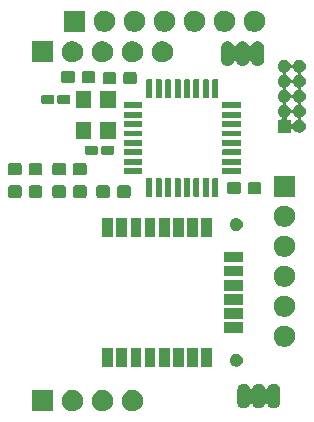
<source format=gts>
G04 #@! TF.GenerationSoftware,KiCad,Pcbnew,(5.1.5-0-10_14)*
G04 #@! TF.CreationDate,2021-01-17T15:25:25+09:00*
G04 #@! TF.ProjectId,EnvMon,456e764d-6f6e-42e6-9b69-6361645f7063,2.1*
G04 #@! TF.SameCoordinates,Original*
G04 #@! TF.FileFunction,Soldermask,Top*
G04 #@! TF.FilePolarity,Negative*
%FSLAX46Y46*%
G04 Gerber Fmt 4.6, Leading zero omitted, Abs format (unit mm)*
G04 Created by KiCad (PCBNEW (5.1.5-0-10_14)) date 2021-01-17 15:25:25*
%MOMM*%
%LPD*%
G04 APERTURE LIST*
%ADD10C,0.100000*%
G04 APERTURE END LIST*
D10*
G36*
X-2586488Y-32503927D02*
G01*
X-2437188Y-32533624D01*
X-2273216Y-32601544D01*
X-2125646Y-32700147D01*
X-2000147Y-32825646D01*
X-1901544Y-32973216D01*
X-1833624Y-33137188D01*
X-1799000Y-33311259D01*
X-1799000Y-33488741D01*
X-1833624Y-33662812D01*
X-1901544Y-33826784D01*
X-2000147Y-33974354D01*
X-2125646Y-34099853D01*
X-2273216Y-34198456D01*
X-2437188Y-34266376D01*
X-2586488Y-34296073D01*
X-2611258Y-34301000D01*
X-2788742Y-34301000D01*
X-2813512Y-34296073D01*
X-2962812Y-34266376D01*
X-3126784Y-34198456D01*
X-3274354Y-34099853D01*
X-3399853Y-33974354D01*
X-3498456Y-33826784D01*
X-3566376Y-33662812D01*
X-3601000Y-33488741D01*
X-3601000Y-33311259D01*
X-3566376Y-33137188D01*
X-3498456Y-32973216D01*
X-3399853Y-32825646D01*
X-3274354Y-32700147D01*
X-3126784Y-32601544D01*
X-2962812Y-32533624D01*
X-2813512Y-32503927D01*
X-2788742Y-32499000D01*
X-2611258Y-32499000D01*
X-2586488Y-32503927D01*
G37*
G36*
X-5126488Y-32503927D02*
G01*
X-4977188Y-32533624D01*
X-4813216Y-32601544D01*
X-4665646Y-32700147D01*
X-4540147Y-32825646D01*
X-4441544Y-32973216D01*
X-4373624Y-33137188D01*
X-4339000Y-33311259D01*
X-4339000Y-33488741D01*
X-4373624Y-33662812D01*
X-4441544Y-33826784D01*
X-4540147Y-33974354D01*
X-4665646Y-34099853D01*
X-4813216Y-34198456D01*
X-4977188Y-34266376D01*
X-5126488Y-34296073D01*
X-5151258Y-34301000D01*
X-5328742Y-34301000D01*
X-5353512Y-34296073D01*
X-5502812Y-34266376D01*
X-5666784Y-34198456D01*
X-5814354Y-34099853D01*
X-5939853Y-33974354D01*
X-6038456Y-33826784D01*
X-6106376Y-33662812D01*
X-6141000Y-33488741D01*
X-6141000Y-33311259D01*
X-6106376Y-33137188D01*
X-6038456Y-32973216D01*
X-5939853Y-32825646D01*
X-5814354Y-32700147D01*
X-5666784Y-32601544D01*
X-5502812Y-32533624D01*
X-5353512Y-32503927D01*
X-5328742Y-32499000D01*
X-5151258Y-32499000D01*
X-5126488Y-32503927D01*
G37*
G36*
X-7666488Y-32503927D02*
G01*
X-7517188Y-32533624D01*
X-7353216Y-32601544D01*
X-7205646Y-32700147D01*
X-7080147Y-32825646D01*
X-6981544Y-32973216D01*
X-6913624Y-33137188D01*
X-6879000Y-33311259D01*
X-6879000Y-33488741D01*
X-6913624Y-33662812D01*
X-6981544Y-33826784D01*
X-7080147Y-33974354D01*
X-7205646Y-34099853D01*
X-7353216Y-34198456D01*
X-7517188Y-34266376D01*
X-7666488Y-34296073D01*
X-7691258Y-34301000D01*
X-7868742Y-34301000D01*
X-7893512Y-34296073D01*
X-8042812Y-34266376D01*
X-8206784Y-34198456D01*
X-8354354Y-34099853D01*
X-8479853Y-33974354D01*
X-8578456Y-33826784D01*
X-8646376Y-33662812D01*
X-8681000Y-33488741D01*
X-8681000Y-33311259D01*
X-8646376Y-33137188D01*
X-8578456Y-32973216D01*
X-8479853Y-32825646D01*
X-8354354Y-32700147D01*
X-8206784Y-32601544D01*
X-8042812Y-32533624D01*
X-7893512Y-32503927D01*
X-7868742Y-32499000D01*
X-7691258Y-32499000D01*
X-7666488Y-32503927D01*
G37*
G36*
X-9419000Y-34301000D02*
G01*
X-11221000Y-34301000D01*
X-11221000Y-32499000D01*
X-9419000Y-32499000D01*
X-9419000Y-34301000D01*
G37*
G36*
X9378014Y-31956973D02*
G01*
X9481878Y-31988479D01*
X9525907Y-32012013D01*
X9577599Y-32039643D01*
X9577601Y-32039644D01*
X9577600Y-32039644D01*
X9661501Y-32108499D01*
X9730356Y-32192400D01*
X9781521Y-32288121D01*
X9813027Y-32391985D01*
X9821000Y-32472933D01*
X9821000Y-33527067D01*
X9813027Y-33608015D01*
X9781521Y-33711879D01*
X9781520Y-33711880D01*
X9781519Y-33711882D01*
X9730357Y-33807600D01*
X9661501Y-33891501D01*
X9577600Y-33960357D01*
X9509055Y-33996995D01*
X9481879Y-34011521D01*
X9378015Y-34043027D01*
X9270000Y-34053666D01*
X9161986Y-34043027D01*
X9058122Y-34011521D01*
X9030946Y-33996995D01*
X8962401Y-33960357D01*
X8878500Y-33891501D01*
X8809644Y-33807600D01*
X8758481Y-33711880D01*
X8758480Y-33711879D01*
X8754614Y-33699135D01*
X8745241Y-33676505D01*
X8731628Y-33656130D01*
X8714301Y-33638803D01*
X8693927Y-33625189D01*
X8671288Y-33615811D01*
X8647255Y-33611030D01*
X8622751Y-33611030D01*
X8598718Y-33615810D01*
X8576079Y-33625187D01*
X8555704Y-33638800D01*
X8538377Y-33656127D01*
X8524763Y-33676501D01*
X8515387Y-33699134D01*
X8511521Y-33711879D01*
X8511520Y-33711880D01*
X8460357Y-33807600D01*
X8391501Y-33891501D01*
X8307600Y-33960357D01*
X8239055Y-33996995D01*
X8211879Y-34011521D01*
X8108015Y-34043027D01*
X8000000Y-34053666D01*
X7891986Y-34043027D01*
X7788122Y-34011521D01*
X7760946Y-33996995D01*
X7692401Y-33960357D01*
X7608500Y-33891501D01*
X7539644Y-33807600D01*
X7488481Y-33711880D01*
X7488480Y-33711879D01*
X7484614Y-33699135D01*
X7475241Y-33676505D01*
X7461628Y-33656130D01*
X7444301Y-33638803D01*
X7423927Y-33625189D01*
X7401288Y-33615811D01*
X7377255Y-33611030D01*
X7352751Y-33611030D01*
X7328718Y-33615810D01*
X7306079Y-33625187D01*
X7285704Y-33638800D01*
X7268377Y-33656127D01*
X7254763Y-33676501D01*
X7245387Y-33699134D01*
X7241521Y-33711879D01*
X7241520Y-33711880D01*
X7190357Y-33807600D01*
X7121501Y-33891501D01*
X7037600Y-33960357D01*
X6969055Y-33996995D01*
X6941879Y-34011521D01*
X6838015Y-34043027D01*
X6730000Y-34053666D01*
X6621986Y-34043027D01*
X6518122Y-34011521D01*
X6490946Y-33996995D01*
X6422401Y-33960357D01*
X6338500Y-33891501D01*
X6269644Y-33807600D01*
X6218482Y-33711882D01*
X6218481Y-33711880D01*
X6218480Y-33711879D01*
X6186974Y-33608015D01*
X6179001Y-33527067D01*
X6179000Y-32472934D01*
X6186973Y-32391986D01*
X6218479Y-32288122D01*
X6269644Y-32192400D01*
X6338499Y-32108499D01*
X6422400Y-32039644D01*
X6422399Y-32039644D01*
X6422401Y-32039643D01*
X6474093Y-32012013D01*
X6518121Y-31988479D01*
X6621985Y-31956973D01*
X6730000Y-31946334D01*
X6838014Y-31956973D01*
X6941878Y-31988479D01*
X6985907Y-32012013D01*
X7037599Y-32039643D01*
X7037601Y-32039644D01*
X7037600Y-32039644D01*
X7121501Y-32108499D01*
X7190356Y-32192400D01*
X7241521Y-32288121D01*
X7245388Y-32300869D01*
X7254760Y-32323496D01*
X7268374Y-32343870D01*
X7285701Y-32361197D01*
X7306075Y-32374811D01*
X7328714Y-32384188D01*
X7352747Y-32388969D01*
X7377251Y-32388969D01*
X7401285Y-32384189D01*
X7423924Y-32374812D01*
X7444298Y-32361198D01*
X7461625Y-32343871D01*
X7475239Y-32323497D01*
X7484616Y-32300858D01*
X7488479Y-32288123D01*
X7488479Y-32288122D01*
X7539644Y-32192400D01*
X7608499Y-32108499D01*
X7692400Y-32039644D01*
X7692399Y-32039644D01*
X7692401Y-32039643D01*
X7744093Y-32012013D01*
X7788121Y-31988479D01*
X7891985Y-31956973D01*
X8000000Y-31946334D01*
X8108014Y-31956973D01*
X8211878Y-31988479D01*
X8255907Y-32012013D01*
X8307599Y-32039643D01*
X8307601Y-32039644D01*
X8307600Y-32039644D01*
X8391501Y-32108499D01*
X8460356Y-32192400D01*
X8511521Y-32288121D01*
X8515388Y-32300869D01*
X8524760Y-32323496D01*
X8538374Y-32343870D01*
X8555701Y-32361197D01*
X8576075Y-32374811D01*
X8598714Y-32384188D01*
X8622747Y-32388969D01*
X8647251Y-32388969D01*
X8671285Y-32384189D01*
X8693924Y-32374812D01*
X8714298Y-32361198D01*
X8731625Y-32343871D01*
X8745239Y-32323497D01*
X8754616Y-32300858D01*
X8758479Y-32288123D01*
X8758479Y-32288122D01*
X8809644Y-32192400D01*
X8878499Y-32108499D01*
X8962400Y-32039644D01*
X8962399Y-32039644D01*
X8962401Y-32039643D01*
X9014093Y-32012013D01*
X9058121Y-31988479D01*
X9161985Y-31956973D01*
X9270000Y-31946334D01*
X9378014Y-31956973D01*
G37*
G36*
X-3153000Y-30523000D02*
G01*
X-4055000Y-30523000D01*
X-4055000Y-28921000D01*
X-3153000Y-28921000D01*
X-3153000Y-30523000D01*
G37*
G36*
X-4353000Y-30523000D02*
G01*
X-5255000Y-30523000D01*
X-5255000Y-28921000D01*
X-4353000Y-28921000D01*
X-4353000Y-30523000D01*
G37*
G36*
X-1953000Y-30523000D02*
G01*
X-2855000Y-30523000D01*
X-2855000Y-28921000D01*
X-1953000Y-28921000D01*
X-1953000Y-30523000D01*
G37*
G36*
X-753000Y-30523000D02*
G01*
X-1655000Y-30523000D01*
X-1655000Y-28921000D01*
X-753000Y-28921000D01*
X-753000Y-30523000D01*
G37*
G36*
X447000Y-30523000D02*
G01*
X-455000Y-30523000D01*
X-455000Y-28921000D01*
X447000Y-28921000D01*
X447000Y-30523000D01*
G37*
G36*
X1647000Y-30523000D02*
G01*
X745000Y-30523000D01*
X745000Y-28921000D01*
X1647000Y-28921000D01*
X1647000Y-30523000D01*
G37*
G36*
X2847000Y-30523000D02*
G01*
X1945000Y-30523000D01*
X1945000Y-28921000D01*
X2847000Y-28921000D01*
X2847000Y-30523000D01*
G37*
G36*
X4047000Y-30523000D02*
G01*
X3145000Y-30523000D01*
X3145000Y-28921000D01*
X4047000Y-28921000D01*
X4047000Y-30523000D01*
G37*
G36*
X6256721Y-29442174D02*
G01*
X6356995Y-29483709D01*
X6356996Y-29483710D01*
X6447242Y-29544010D01*
X6523990Y-29620758D01*
X6523991Y-29620760D01*
X6584291Y-29711005D01*
X6625826Y-29811279D01*
X6647000Y-29917730D01*
X6647000Y-30026270D01*
X6625826Y-30132721D01*
X6584291Y-30232995D01*
X6584290Y-30232996D01*
X6523990Y-30323242D01*
X6447242Y-30399990D01*
X6401812Y-30430345D01*
X6356995Y-30460291D01*
X6256721Y-30501826D01*
X6150270Y-30523000D01*
X6041730Y-30523000D01*
X5935279Y-30501826D01*
X5835005Y-30460291D01*
X5790188Y-30430345D01*
X5744758Y-30399990D01*
X5668010Y-30323242D01*
X5607710Y-30232996D01*
X5607709Y-30232995D01*
X5566174Y-30132721D01*
X5545000Y-30026270D01*
X5545000Y-29917730D01*
X5566174Y-29811279D01*
X5607709Y-29711005D01*
X5668009Y-29620760D01*
X5668010Y-29620758D01*
X5744758Y-29544010D01*
X5835004Y-29483710D01*
X5835005Y-29483709D01*
X5935279Y-29442174D01*
X6041730Y-29421000D01*
X6150270Y-29421000D01*
X6256721Y-29442174D01*
G37*
G36*
X10273512Y-27043927D02*
G01*
X10422812Y-27073624D01*
X10586784Y-27141544D01*
X10734354Y-27240147D01*
X10859853Y-27365646D01*
X10958456Y-27513216D01*
X11026376Y-27677188D01*
X11061000Y-27851259D01*
X11061000Y-28028741D01*
X11026376Y-28202812D01*
X10958456Y-28366784D01*
X10859853Y-28514354D01*
X10734354Y-28639853D01*
X10586784Y-28738456D01*
X10422812Y-28806376D01*
X10273512Y-28836073D01*
X10248742Y-28841000D01*
X10071258Y-28841000D01*
X10046488Y-28836073D01*
X9897188Y-28806376D01*
X9733216Y-28738456D01*
X9585646Y-28639853D01*
X9460147Y-28514354D01*
X9361544Y-28366784D01*
X9293624Y-28202812D01*
X9259000Y-28028741D01*
X9259000Y-27851259D01*
X9293624Y-27677188D01*
X9361544Y-27513216D01*
X9460147Y-27365646D01*
X9585646Y-27240147D01*
X9733216Y-27141544D01*
X9897188Y-27073624D01*
X10046488Y-27043927D01*
X10071258Y-27039000D01*
X10248742Y-27039000D01*
X10273512Y-27043927D01*
G37*
G36*
X6647000Y-27673000D02*
G01*
X5045000Y-27673000D01*
X5045000Y-26771000D01*
X6647000Y-26771000D01*
X6647000Y-27673000D01*
G37*
G36*
X6647000Y-26473000D02*
G01*
X5045000Y-26473000D01*
X5045000Y-25571000D01*
X6647000Y-25571000D01*
X6647000Y-26473000D01*
G37*
G36*
X10273512Y-24503927D02*
G01*
X10422812Y-24533624D01*
X10586784Y-24601544D01*
X10734354Y-24700147D01*
X10859853Y-24825646D01*
X10958456Y-24973216D01*
X11026376Y-25137188D01*
X11061000Y-25311259D01*
X11061000Y-25488741D01*
X11026376Y-25662812D01*
X10958456Y-25826784D01*
X10859853Y-25974354D01*
X10734354Y-26099853D01*
X10586784Y-26198456D01*
X10422812Y-26266376D01*
X10273512Y-26296073D01*
X10248742Y-26301000D01*
X10071258Y-26301000D01*
X10046488Y-26296073D01*
X9897188Y-26266376D01*
X9733216Y-26198456D01*
X9585646Y-26099853D01*
X9460147Y-25974354D01*
X9361544Y-25826784D01*
X9293624Y-25662812D01*
X9259000Y-25488741D01*
X9259000Y-25311259D01*
X9293624Y-25137188D01*
X9361544Y-24973216D01*
X9460147Y-24825646D01*
X9585646Y-24700147D01*
X9733216Y-24601544D01*
X9897188Y-24533624D01*
X10046488Y-24503927D01*
X10071258Y-24499000D01*
X10248742Y-24499000D01*
X10273512Y-24503927D01*
G37*
G36*
X6647000Y-25273000D02*
G01*
X5045000Y-25273000D01*
X5045000Y-24371000D01*
X6647000Y-24371000D01*
X6647000Y-25273000D01*
G37*
G36*
X6647000Y-24073000D02*
G01*
X5045000Y-24073000D01*
X5045000Y-23171000D01*
X6647000Y-23171000D01*
X6647000Y-24073000D01*
G37*
G36*
X10273512Y-21963927D02*
G01*
X10422812Y-21993624D01*
X10586784Y-22061544D01*
X10734354Y-22160147D01*
X10859853Y-22285646D01*
X10958456Y-22433216D01*
X11026376Y-22597188D01*
X11061000Y-22771259D01*
X11061000Y-22948741D01*
X11026376Y-23122812D01*
X10958456Y-23286784D01*
X10859853Y-23434354D01*
X10734354Y-23559853D01*
X10586784Y-23658456D01*
X10422812Y-23726376D01*
X10273512Y-23756073D01*
X10248742Y-23761000D01*
X10071258Y-23761000D01*
X10046488Y-23756073D01*
X9897188Y-23726376D01*
X9733216Y-23658456D01*
X9585646Y-23559853D01*
X9460147Y-23434354D01*
X9361544Y-23286784D01*
X9293624Y-23122812D01*
X9259000Y-22948741D01*
X9259000Y-22771259D01*
X9293624Y-22597188D01*
X9361544Y-22433216D01*
X9460147Y-22285646D01*
X9585646Y-22160147D01*
X9733216Y-22061544D01*
X9897188Y-21993624D01*
X10046488Y-21963927D01*
X10071258Y-21959000D01*
X10248742Y-21959000D01*
X10273512Y-21963927D01*
G37*
G36*
X6647000Y-22873000D02*
G01*
X5045000Y-22873000D01*
X5045000Y-21971000D01*
X6647000Y-21971000D01*
X6647000Y-22873000D01*
G37*
G36*
X6647000Y-21673000D02*
G01*
X5045000Y-21673000D01*
X5045000Y-20771000D01*
X6647000Y-20771000D01*
X6647000Y-21673000D01*
G37*
G36*
X10273512Y-19423927D02*
G01*
X10422812Y-19453624D01*
X10586784Y-19521544D01*
X10734354Y-19620147D01*
X10859853Y-19745646D01*
X10958456Y-19893216D01*
X11026376Y-20057188D01*
X11061000Y-20231259D01*
X11061000Y-20408741D01*
X11026376Y-20582812D01*
X10958456Y-20746784D01*
X10859853Y-20894354D01*
X10734354Y-21019853D01*
X10586784Y-21118456D01*
X10422812Y-21186376D01*
X10273512Y-21216073D01*
X10248742Y-21221000D01*
X10071258Y-21221000D01*
X10046488Y-21216073D01*
X9897188Y-21186376D01*
X9733216Y-21118456D01*
X9585646Y-21019853D01*
X9460147Y-20894354D01*
X9361544Y-20746784D01*
X9293624Y-20582812D01*
X9259000Y-20408741D01*
X9259000Y-20231259D01*
X9293624Y-20057188D01*
X9361544Y-19893216D01*
X9460147Y-19745646D01*
X9585646Y-19620147D01*
X9733216Y-19521544D01*
X9897188Y-19453624D01*
X10046488Y-19423927D01*
X10071258Y-19419000D01*
X10248742Y-19419000D01*
X10273512Y-19423927D01*
G37*
G36*
X-4353000Y-19523000D02*
G01*
X-5255000Y-19523000D01*
X-5255000Y-17921000D01*
X-4353000Y-17921000D01*
X-4353000Y-19523000D01*
G37*
G36*
X4047000Y-19523000D02*
G01*
X3145000Y-19523000D01*
X3145000Y-17921000D01*
X4047000Y-17921000D01*
X4047000Y-19523000D01*
G37*
G36*
X447000Y-19523000D02*
G01*
X-455000Y-19523000D01*
X-455000Y-17921000D01*
X447000Y-17921000D01*
X447000Y-19523000D01*
G37*
G36*
X1647000Y-19523000D02*
G01*
X745000Y-19523000D01*
X745000Y-17921000D01*
X1647000Y-17921000D01*
X1647000Y-19523000D01*
G37*
G36*
X2847000Y-19523000D02*
G01*
X1945000Y-19523000D01*
X1945000Y-17921000D01*
X2847000Y-17921000D01*
X2847000Y-19523000D01*
G37*
G36*
X-1953000Y-19523000D02*
G01*
X-2855000Y-19523000D01*
X-2855000Y-17921000D01*
X-1953000Y-17921000D01*
X-1953000Y-19523000D01*
G37*
G36*
X-753000Y-19523000D02*
G01*
X-1655000Y-19523000D01*
X-1655000Y-17921000D01*
X-753000Y-17921000D01*
X-753000Y-19523000D01*
G37*
G36*
X-3153000Y-19523000D02*
G01*
X-4055000Y-19523000D01*
X-4055000Y-17921000D01*
X-3153000Y-17921000D01*
X-3153000Y-19523000D01*
G37*
G36*
X6256721Y-17942174D02*
G01*
X6356995Y-17983709D01*
X6356996Y-17983710D01*
X6447242Y-18044010D01*
X6523990Y-18120758D01*
X6523991Y-18120760D01*
X6584291Y-18211005D01*
X6625826Y-18311279D01*
X6647000Y-18417730D01*
X6647000Y-18526270D01*
X6625826Y-18632721D01*
X6584291Y-18732995D01*
X6584290Y-18732996D01*
X6523990Y-18823242D01*
X6447242Y-18899990D01*
X6401812Y-18930345D01*
X6356995Y-18960291D01*
X6256721Y-19001826D01*
X6150270Y-19023000D01*
X6041730Y-19023000D01*
X5935279Y-19001826D01*
X5835005Y-18960291D01*
X5790188Y-18930345D01*
X5744758Y-18899990D01*
X5668010Y-18823242D01*
X5607710Y-18732996D01*
X5607709Y-18732995D01*
X5566174Y-18632721D01*
X5545000Y-18526270D01*
X5545000Y-18417730D01*
X5566174Y-18311279D01*
X5607709Y-18211005D01*
X5668009Y-18120760D01*
X5668010Y-18120758D01*
X5744758Y-18044010D01*
X5835004Y-17983710D01*
X5835005Y-17983709D01*
X5935279Y-17942174D01*
X6041730Y-17921000D01*
X6150270Y-17921000D01*
X6256721Y-17942174D01*
G37*
G36*
X10273512Y-16883927D02*
G01*
X10422812Y-16913624D01*
X10586784Y-16981544D01*
X10734354Y-17080147D01*
X10859853Y-17205646D01*
X10958456Y-17353216D01*
X11026376Y-17517188D01*
X11061000Y-17691259D01*
X11061000Y-17868741D01*
X11026376Y-18042812D01*
X10958456Y-18206784D01*
X10859853Y-18354354D01*
X10734354Y-18479853D01*
X10586784Y-18578456D01*
X10422812Y-18646376D01*
X10273512Y-18676073D01*
X10248742Y-18681000D01*
X10071258Y-18681000D01*
X10046488Y-18676073D01*
X9897188Y-18646376D01*
X9733216Y-18578456D01*
X9585646Y-18479853D01*
X9460147Y-18354354D01*
X9361544Y-18206784D01*
X9293624Y-18042812D01*
X9259000Y-17868741D01*
X9259000Y-17691259D01*
X9293624Y-17517188D01*
X9361544Y-17353216D01*
X9460147Y-17205646D01*
X9585646Y-17080147D01*
X9733216Y-16981544D01*
X9897188Y-16913624D01*
X10046488Y-16883927D01*
X10071258Y-16879000D01*
X10248742Y-16879000D01*
X10273512Y-16883927D01*
G37*
G36*
X-3010501Y-15178445D02*
G01*
X-2973005Y-15189820D01*
X-2938446Y-15208292D01*
X-2908153Y-15233153D01*
X-2883292Y-15263446D01*
X-2864820Y-15298005D01*
X-2853445Y-15335501D01*
X-2849000Y-15380638D01*
X-2849000Y-16019362D01*
X-2853445Y-16064499D01*
X-2864820Y-16101995D01*
X-2883292Y-16136554D01*
X-2908153Y-16166847D01*
X-2938446Y-16191708D01*
X-2973005Y-16210180D01*
X-3010501Y-16221555D01*
X-3055638Y-16226000D01*
X-3794362Y-16226000D01*
X-3839499Y-16221555D01*
X-3876995Y-16210180D01*
X-3911554Y-16191708D01*
X-3941847Y-16166847D01*
X-3966708Y-16136554D01*
X-3985180Y-16101995D01*
X-3996555Y-16064499D01*
X-4001000Y-16019362D01*
X-4001000Y-15380638D01*
X-3996555Y-15335501D01*
X-3985180Y-15298005D01*
X-3966708Y-15263446D01*
X-3941847Y-15233153D01*
X-3911554Y-15208292D01*
X-3876995Y-15189820D01*
X-3839499Y-15178445D01*
X-3794362Y-15174000D01*
X-3055638Y-15174000D01*
X-3010501Y-15178445D01*
G37*
G36*
X-4760501Y-15178445D02*
G01*
X-4723005Y-15189820D01*
X-4688446Y-15208292D01*
X-4658153Y-15233153D01*
X-4633292Y-15263446D01*
X-4614820Y-15298005D01*
X-4603445Y-15335501D01*
X-4599000Y-15380638D01*
X-4599000Y-16019362D01*
X-4603445Y-16064499D01*
X-4614820Y-16101995D01*
X-4633292Y-16136554D01*
X-4658153Y-16166847D01*
X-4688446Y-16191708D01*
X-4723005Y-16210180D01*
X-4760501Y-16221555D01*
X-4805638Y-16226000D01*
X-5544362Y-16226000D01*
X-5589499Y-16221555D01*
X-5626995Y-16210180D01*
X-5661554Y-16191708D01*
X-5691847Y-16166847D01*
X-5716708Y-16136554D01*
X-5735180Y-16101995D01*
X-5746555Y-16064499D01*
X-5751000Y-16019362D01*
X-5751000Y-15380638D01*
X-5746555Y-15335501D01*
X-5735180Y-15298005D01*
X-5716708Y-15263446D01*
X-5691847Y-15233153D01*
X-5661554Y-15208292D01*
X-5626995Y-15189820D01*
X-5589499Y-15178445D01*
X-5544362Y-15174000D01*
X-4805638Y-15174000D01*
X-4760501Y-15178445D01*
G37*
G36*
X-6735501Y-15178445D02*
G01*
X-6698005Y-15189820D01*
X-6663446Y-15208292D01*
X-6633153Y-15233153D01*
X-6608292Y-15263446D01*
X-6589820Y-15298005D01*
X-6578445Y-15335501D01*
X-6574000Y-15380638D01*
X-6574000Y-16019362D01*
X-6578445Y-16064499D01*
X-6589820Y-16101995D01*
X-6608292Y-16136554D01*
X-6633153Y-16166847D01*
X-6663446Y-16191708D01*
X-6698005Y-16210180D01*
X-6735501Y-16221555D01*
X-6780638Y-16226000D01*
X-7519362Y-16226000D01*
X-7564499Y-16221555D01*
X-7601995Y-16210180D01*
X-7636554Y-16191708D01*
X-7666847Y-16166847D01*
X-7691708Y-16136554D01*
X-7710180Y-16101995D01*
X-7721555Y-16064499D01*
X-7726000Y-16019362D01*
X-7726000Y-15380638D01*
X-7721555Y-15335501D01*
X-7710180Y-15298005D01*
X-7691708Y-15263446D01*
X-7666847Y-15233153D01*
X-7636554Y-15208292D01*
X-7601995Y-15189820D01*
X-7564499Y-15178445D01*
X-7519362Y-15174000D01*
X-6780638Y-15174000D01*
X-6735501Y-15178445D01*
G37*
G36*
X-8485501Y-15178445D02*
G01*
X-8448005Y-15189820D01*
X-8413446Y-15208292D01*
X-8383153Y-15233153D01*
X-8358292Y-15263446D01*
X-8339820Y-15298005D01*
X-8328445Y-15335501D01*
X-8324000Y-15380638D01*
X-8324000Y-16019362D01*
X-8328445Y-16064499D01*
X-8339820Y-16101995D01*
X-8358292Y-16136554D01*
X-8383153Y-16166847D01*
X-8413446Y-16191708D01*
X-8448005Y-16210180D01*
X-8485501Y-16221555D01*
X-8530638Y-16226000D01*
X-9269362Y-16226000D01*
X-9314499Y-16221555D01*
X-9351995Y-16210180D01*
X-9386554Y-16191708D01*
X-9416847Y-16166847D01*
X-9441708Y-16136554D01*
X-9460180Y-16101995D01*
X-9471555Y-16064499D01*
X-9476000Y-16019362D01*
X-9476000Y-15380638D01*
X-9471555Y-15335501D01*
X-9460180Y-15298005D01*
X-9441708Y-15263446D01*
X-9416847Y-15233153D01*
X-9386554Y-15208292D01*
X-9351995Y-15189820D01*
X-9314499Y-15178445D01*
X-9269362Y-15174000D01*
X-8530638Y-15174000D01*
X-8485501Y-15178445D01*
G37*
G36*
X-10485501Y-15178445D02*
G01*
X-10448005Y-15189820D01*
X-10413446Y-15208292D01*
X-10383153Y-15233153D01*
X-10358292Y-15263446D01*
X-10339820Y-15298005D01*
X-10328445Y-15335501D01*
X-10324000Y-15380638D01*
X-10324000Y-16019362D01*
X-10328445Y-16064499D01*
X-10339820Y-16101995D01*
X-10358292Y-16136554D01*
X-10383153Y-16166847D01*
X-10413446Y-16191708D01*
X-10448005Y-16210180D01*
X-10485501Y-16221555D01*
X-10530638Y-16226000D01*
X-11269362Y-16226000D01*
X-11314499Y-16221555D01*
X-11351995Y-16210180D01*
X-11386554Y-16191708D01*
X-11416847Y-16166847D01*
X-11441708Y-16136554D01*
X-11460180Y-16101995D01*
X-11471555Y-16064499D01*
X-11476000Y-16019362D01*
X-11476000Y-15380638D01*
X-11471555Y-15335501D01*
X-11460180Y-15298005D01*
X-11441708Y-15263446D01*
X-11416847Y-15233153D01*
X-11386554Y-15208292D01*
X-11351995Y-15189820D01*
X-11314499Y-15178445D01*
X-11269362Y-15174000D01*
X-10530638Y-15174000D01*
X-10485501Y-15178445D01*
G37*
G36*
X-12235501Y-15178445D02*
G01*
X-12198005Y-15189820D01*
X-12163446Y-15208292D01*
X-12133153Y-15233153D01*
X-12108292Y-15263446D01*
X-12089820Y-15298005D01*
X-12078445Y-15335501D01*
X-12074000Y-15380638D01*
X-12074000Y-16019362D01*
X-12078445Y-16064499D01*
X-12089820Y-16101995D01*
X-12108292Y-16136554D01*
X-12133153Y-16166847D01*
X-12163446Y-16191708D01*
X-12198005Y-16210180D01*
X-12235501Y-16221555D01*
X-12280638Y-16226000D01*
X-13019362Y-16226000D01*
X-13064499Y-16221555D01*
X-13101995Y-16210180D01*
X-13136554Y-16191708D01*
X-13166847Y-16166847D01*
X-13191708Y-16136554D01*
X-13210180Y-16101995D01*
X-13221555Y-16064499D01*
X-13226000Y-16019362D01*
X-13226000Y-15380638D01*
X-13221555Y-15335501D01*
X-13210180Y-15298005D01*
X-13191708Y-15263446D01*
X-13166847Y-15233153D01*
X-13136554Y-15208292D01*
X-13101995Y-15189820D01*
X-13064499Y-15178445D01*
X-13019362Y-15174000D01*
X-12280638Y-15174000D01*
X-12235501Y-15178445D01*
G37*
G36*
X4524170Y-14551803D02*
G01*
X4535875Y-14555354D01*
X4546665Y-14561121D01*
X4556119Y-14568881D01*
X4563879Y-14578335D01*
X4569646Y-14589125D01*
X4573197Y-14600830D01*
X4575000Y-14619138D01*
X4575000Y-16082862D01*
X4573197Y-16101170D01*
X4569646Y-16112875D01*
X4563879Y-16123665D01*
X4556119Y-16133119D01*
X4546665Y-16140879D01*
X4535875Y-16146646D01*
X4524170Y-16150197D01*
X4505862Y-16152000D01*
X4142138Y-16152000D01*
X4123830Y-16150197D01*
X4112125Y-16146646D01*
X4101335Y-16140879D01*
X4091881Y-16133119D01*
X4084121Y-16123665D01*
X4078354Y-16112875D01*
X4074803Y-16101170D01*
X4073000Y-16082862D01*
X4073000Y-14619138D01*
X4074803Y-14600830D01*
X4078354Y-14589125D01*
X4084121Y-14578335D01*
X4091881Y-14568881D01*
X4101335Y-14561121D01*
X4112125Y-14555354D01*
X4123830Y-14551803D01*
X4142138Y-14550000D01*
X4505862Y-14550000D01*
X4524170Y-14551803D01*
G37*
G36*
X524170Y-14551803D02*
G01*
X535875Y-14555354D01*
X546665Y-14561121D01*
X556119Y-14568881D01*
X563879Y-14578335D01*
X569646Y-14589125D01*
X573197Y-14600830D01*
X575000Y-14619138D01*
X575000Y-16082862D01*
X573197Y-16101170D01*
X569646Y-16112875D01*
X563879Y-16123665D01*
X556119Y-16133119D01*
X546665Y-16140879D01*
X535875Y-16146646D01*
X524170Y-16150197D01*
X505862Y-16152000D01*
X142138Y-16152000D01*
X123830Y-16150197D01*
X112125Y-16146646D01*
X101335Y-16140879D01*
X91881Y-16133119D01*
X84121Y-16123665D01*
X78354Y-16112875D01*
X74803Y-16101170D01*
X73000Y-16082862D01*
X73000Y-14619138D01*
X74803Y-14600830D01*
X78354Y-14589125D01*
X84121Y-14578335D01*
X91881Y-14568881D01*
X101335Y-14561121D01*
X112125Y-14555354D01*
X123830Y-14551803D01*
X142138Y-14550000D01*
X505862Y-14550000D01*
X524170Y-14551803D01*
G37*
G36*
X-1075830Y-14551803D02*
G01*
X-1064125Y-14555354D01*
X-1053335Y-14561121D01*
X-1043881Y-14568881D01*
X-1036121Y-14578335D01*
X-1030354Y-14589125D01*
X-1026803Y-14600830D01*
X-1025000Y-14619138D01*
X-1025000Y-16082862D01*
X-1026803Y-16101170D01*
X-1030354Y-16112875D01*
X-1036121Y-16123665D01*
X-1043881Y-16133119D01*
X-1053335Y-16140879D01*
X-1064125Y-16146646D01*
X-1075830Y-16150197D01*
X-1094138Y-16152000D01*
X-1457862Y-16152000D01*
X-1476170Y-16150197D01*
X-1487875Y-16146646D01*
X-1498665Y-16140879D01*
X-1508119Y-16133119D01*
X-1515879Y-16123665D01*
X-1521646Y-16112875D01*
X-1525197Y-16101170D01*
X-1527000Y-16082862D01*
X-1527000Y-14619138D01*
X-1525197Y-14600830D01*
X-1521646Y-14589125D01*
X-1515879Y-14578335D01*
X-1508119Y-14568881D01*
X-1498665Y-14561121D01*
X-1487875Y-14555354D01*
X-1476170Y-14551803D01*
X-1457862Y-14550000D01*
X-1094138Y-14550000D01*
X-1075830Y-14551803D01*
G37*
G36*
X-275830Y-14551803D02*
G01*
X-264125Y-14555354D01*
X-253335Y-14561121D01*
X-243881Y-14568881D01*
X-236121Y-14578335D01*
X-230354Y-14589125D01*
X-226803Y-14600830D01*
X-225000Y-14619138D01*
X-225000Y-16082862D01*
X-226803Y-16101170D01*
X-230354Y-16112875D01*
X-236121Y-16123665D01*
X-243881Y-16133119D01*
X-253335Y-16140879D01*
X-264125Y-16146646D01*
X-275830Y-16150197D01*
X-294138Y-16152000D01*
X-657862Y-16152000D01*
X-676170Y-16150197D01*
X-687875Y-16146646D01*
X-698665Y-16140879D01*
X-708119Y-16133119D01*
X-715879Y-16123665D01*
X-721646Y-16112875D01*
X-725197Y-16101170D01*
X-727000Y-16082862D01*
X-727000Y-14619138D01*
X-725197Y-14600830D01*
X-721646Y-14589125D01*
X-715879Y-14578335D01*
X-708119Y-14568881D01*
X-698665Y-14561121D01*
X-687875Y-14555354D01*
X-676170Y-14551803D01*
X-657862Y-14550000D01*
X-294138Y-14550000D01*
X-275830Y-14551803D01*
G37*
G36*
X1324170Y-14551803D02*
G01*
X1335875Y-14555354D01*
X1346665Y-14561121D01*
X1356119Y-14568881D01*
X1363879Y-14578335D01*
X1369646Y-14589125D01*
X1373197Y-14600830D01*
X1375000Y-14619138D01*
X1375000Y-16082862D01*
X1373197Y-16101170D01*
X1369646Y-16112875D01*
X1363879Y-16123665D01*
X1356119Y-16133119D01*
X1346665Y-16140879D01*
X1335875Y-16146646D01*
X1324170Y-16150197D01*
X1305862Y-16152000D01*
X942138Y-16152000D01*
X923830Y-16150197D01*
X912125Y-16146646D01*
X901335Y-16140879D01*
X891881Y-16133119D01*
X884121Y-16123665D01*
X878354Y-16112875D01*
X874803Y-16101170D01*
X873000Y-16082862D01*
X873000Y-14619138D01*
X874803Y-14600830D01*
X878354Y-14589125D01*
X884121Y-14578335D01*
X891881Y-14568881D01*
X901335Y-14561121D01*
X912125Y-14555354D01*
X923830Y-14551803D01*
X942138Y-14550000D01*
X1305862Y-14550000D01*
X1324170Y-14551803D01*
G37*
G36*
X2124170Y-14551803D02*
G01*
X2135875Y-14555354D01*
X2146665Y-14561121D01*
X2156119Y-14568881D01*
X2163879Y-14578335D01*
X2169646Y-14589125D01*
X2173197Y-14600830D01*
X2175000Y-14619138D01*
X2175000Y-16082862D01*
X2173197Y-16101170D01*
X2169646Y-16112875D01*
X2163879Y-16123665D01*
X2156119Y-16133119D01*
X2146665Y-16140879D01*
X2135875Y-16146646D01*
X2124170Y-16150197D01*
X2105862Y-16152000D01*
X1742138Y-16152000D01*
X1723830Y-16150197D01*
X1712125Y-16146646D01*
X1701335Y-16140879D01*
X1691881Y-16133119D01*
X1684121Y-16123665D01*
X1678354Y-16112875D01*
X1674803Y-16101170D01*
X1673000Y-16082862D01*
X1673000Y-14619138D01*
X1674803Y-14600830D01*
X1678354Y-14589125D01*
X1684121Y-14578335D01*
X1691881Y-14568881D01*
X1701335Y-14561121D01*
X1712125Y-14555354D01*
X1723830Y-14551803D01*
X1742138Y-14550000D01*
X2105862Y-14550000D01*
X2124170Y-14551803D01*
G37*
G36*
X2924170Y-14551803D02*
G01*
X2935875Y-14555354D01*
X2946665Y-14561121D01*
X2956119Y-14568881D01*
X2963879Y-14578335D01*
X2969646Y-14589125D01*
X2973197Y-14600830D01*
X2975000Y-14619138D01*
X2975000Y-16082862D01*
X2973197Y-16101170D01*
X2969646Y-16112875D01*
X2963879Y-16123665D01*
X2956119Y-16133119D01*
X2946665Y-16140879D01*
X2935875Y-16146646D01*
X2924170Y-16150197D01*
X2905862Y-16152000D01*
X2542138Y-16152000D01*
X2523830Y-16150197D01*
X2512125Y-16146646D01*
X2501335Y-16140879D01*
X2491881Y-16133119D01*
X2484121Y-16123665D01*
X2478354Y-16112875D01*
X2474803Y-16101170D01*
X2473000Y-16082862D01*
X2473000Y-14619138D01*
X2474803Y-14600830D01*
X2478354Y-14589125D01*
X2484121Y-14578335D01*
X2491881Y-14568881D01*
X2501335Y-14561121D01*
X2512125Y-14555354D01*
X2523830Y-14551803D01*
X2542138Y-14550000D01*
X2905862Y-14550000D01*
X2924170Y-14551803D01*
G37*
G36*
X3724170Y-14551803D02*
G01*
X3735875Y-14555354D01*
X3746665Y-14561121D01*
X3756119Y-14568881D01*
X3763879Y-14578335D01*
X3769646Y-14589125D01*
X3773197Y-14600830D01*
X3775000Y-14619138D01*
X3775000Y-16082862D01*
X3773197Y-16101170D01*
X3769646Y-16112875D01*
X3763879Y-16123665D01*
X3756119Y-16133119D01*
X3746665Y-16140879D01*
X3735875Y-16146646D01*
X3724170Y-16150197D01*
X3705862Y-16152000D01*
X3342138Y-16152000D01*
X3323830Y-16150197D01*
X3312125Y-16146646D01*
X3301335Y-16140879D01*
X3291881Y-16133119D01*
X3284121Y-16123665D01*
X3278354Y-16112875D01*
X3274803Y-16101170D01*
X3273000Y-16082862D01*
X3273000Y-14619138D01*
X3274803Y-14600830D01*
X3278354Y-14589125D01*
X3284121Y-14578335D01*
X3291881Y-14568881D01*
X3301335Y-14561121D01*
X3312125Y-14555354D01*
X3323830Y-14551803D01*
X3342138Y-14550000D01*
X3705862Y-14550000D01*
X3724170Y-14551803D01*
G37*
G36*
X11061000Y-16141000D02*
G01*
X9259000Y-16141000D01*
X9259000Y-14339000D01*
X11061000Y-14339000D01*
X11061000Y-16141000D01*
G37*
G36*
X6314499Y-14878445D02*
G01*
X6351995Y-14889820D01*
X6386554Y-14908292D01*
X6416847Y-14933153D01*
X6441708Y-14963446D01*
X6460180Y-14998005D01*
X6471555Y-15035501D01*
X6476000Y-15080638D01*
X6476000Y-15719362D01*
X6471555Y-15764499D01*
X6460180Y-15801995D01*
X6441708Y-15836554D01*
X6416847Y-15866847D01*
X6386554Y-15891708D01*
X6351995Y-15910180D01*
X6314499Y-15921555D01*
X6269362Y-15926000D01*
X5530638Y-15926000D01*
X5485501Y-15921555D01*
X5448005Y-15910180D01*
X5413446Y-15891708D01*
X5383153Y-15866847D01*
X5358292Y-15836554D01*
X5339820Y-15801995D01*
X5328445Y-15764499D01*
X5324000Y-15719362D01*
X5324000Y-15080638D01*
X5328445Y-15035501D01*
X5339820Y-14998005D01*
X5358292Y-14963446D01*
X5383153Y-14933153D01*
X5413446Y-14908292D01*
X5448005Y-14889820D01*
X5485501Y-14878445D01*
X5530638Y-14874000D01*
X6269362Y-14874000D01*
X6314499Y-14878445D01*
G37*
G36*
X8064499Y-14878445D02*
G01*
X8101995Y-14889820D01*
X8136554Y-14908292D01*
X8166847Y-14933153D01*
X8191708Y-14963446D01*
X8210180Y-14998005D01*
X8221555Y-15035501D01*
X8226000Y-15080638D01*
X8226000Y-15719362D01*
X8221555Y-15764499D01*
X8210180Y-15801995D01*
X8191708Y-15836554D01*
X8166847Y-15866847D01*
X8136554Y-15891708D01*
X8101995Y-15910180D01*
X8064499Y-15921555D01*
X8019362Y-15926000D01*
X7280638Y-15926000D01*
X7235501Y-15921555D01*
X7198005Y-15910180D01*
X7163446Y-15891708D01*
X7133153Y-15866847D01*
X7108292Y-15836554D01*
X7089820Y-15801995D01*
X7078445Y-15764499D01*
X7074000Y-15719362D01*
X7074000Y-15080638D01*
X7078445Y-15035501D01*
X7089820Y-14998005D01*
X7108292Y-14963446D01*
X7133153Y-14933153D01*
X7163446Y-14908292D01*
X7198005Y-14889820D01*
X7235501Y-14878445D01*
X7280638Y-14874000D01*
X8019362Y-14874000D01*
X8064499Y-14878445D01*
G37*
G36*
X-10485501Y-13278445D02*
G01*
X-10448005Y-13289820D01*
X-10413446Y-13308292D01*
X-10383153Y-13333153D01*
X-10358292Y-13363446D01*
X-10339820Y-13398005D01*
X-10328445Y-13435501D01*
X-10324000Y-13480638D01*
X-10324000Y-14119362D01*
X-10328445Y-14164499D01*
X-10339820Y-14201995D01*
X-10358292Y-14236554D01*
X-10383153Y-14266847D01*
X-10413446Y-14291708D01*
X-10448005Y-14310180D01*
X-10485501Y-14321555D01*
X-10530638Y-14326000D01*
X-11269362Y-14326000D01*
X-11314499Y-14321555D01*
X-11351995Y-14310180D01*
X-11386554Y-14291708D01*
X-11416847Y-14266847D01*
X-11441708Y-14236554D01*
X-11460180Y-14201995D01*
X-11471555Y-14164499D01*
X-11476000Y-14119362D01*
X-11476000Y-13480638D01*
X-11471555Y-13435501D01*
X-11460180Y-13398005D01*
X-11441708Y-13363446D01*
X-11416847Y-13333153D01*
X-11386554Y-13308292D01*
X-11351995Y-13289820D01*
X-11314499Y-13278445D01*
X-11269362Y-13274000D01*
X-10530638Y-13274000D01*
X-10485501Y-13278445D01*
G37*
G36*
X-12235501Y-13278445D02*
G01*
X-12198005Y-13289820D01*
X-12163446Y-13308292D01*
X-12133153Y-13333153D01*
X-12108292Y-13363446D01*
X-12089820Y-13398005D01*
X-12078445Y-13435501D01*
X-12074000Y-13480638D01*
X-12074000Y-14119362D01*
X-12078445Y-14164499D01*
X-12089820Y-14201995D01*
X-12108292Y-14236554D01*
X-12133153Y-14266847D01*
X-12163446Y-14291708D01*
X-12198005Y-14310180D01*
X-12235501Y-14321555D01*
X-12280638Y-14326000D01*
X-13019362Y-14326000D01*
X-13064499Y-14321555D01*
X-13101995Y-14310180D01*
X-13136554Y-14291708D01*
X-13166847Y-14266847D01*
X-13191708Y-14236554D01*
X-13210180Y-14201995D01*
X-13221555Y-14164499D01*
X-13226000Y-14119362D01*
X-13226000Y-13480638D01*
X-13221555Y-13435501D01*
X-13210180Y-13398005D01*
X-13191708Y-13363446D01*
X-13166847Y-13333153D01*
X-13136554Y-13308292D01*
X-13101995Y-13289820D01*
X-13064499Y-13278445D01*
X-13019362Y-13274000D01*
X-12280638Y-13274000D01*
X-12235501Y-13278445D01*
G37*
G36*
X-6735501Y-13278445D02*
G01*
X-6698005Y-13289820D01*
X-6663446Y-13308292D01*
X-6633153Y-13333153D01*
X-6608292Y-13363446D01*
X-6589820Y-13398005D01*
X-6578445Y-13435501D01*
X-6574000Y-13480638D01*
X-6574000Y-14119362D01*
X-6578445Y-14164499D01*
X-6589820Y-14201995D01*
X-6608292Y-14236554D01*
X-6633153Y-14266847D01*
X-6663446Y-14291708D01*
X-6698005Y-14310180D01*
X-6735501Y-14321555D01*
X-6780638Y-14326000D01*
X-7519362Y-14326000D01*
X-7564499Y-14321555D01*
X-7601995Y-14310180D01*
X-7636554Y-14291708D01*
X-7666847Y-14266847D01*
X-7691708Y-14236554D01*
X-7710180Y-14201995D01*
X-7721555Y-14164499D01*
X-7726000Y-14119362D01*
X-7726000Y-13480638D01*
X-7721555Y-13435501D01*
X-7710180Y-13398005D01*
X-7691708Y-13363446D01*
X-7666847Y-13333153D01*
X-7636554Y-13308292D01*
X-7601995Y-13289820D01*
X-7564499Y-13278445D01*
X-7519362Y-13274000D01*
X-6780638Y-13274000D01*
X-6735501Y-13278445D01*
G37*
G36*
X-8485501Y-13278445D02*
G01*
X-8448005Y-13289820D01*
X-8413446Y-13308292D01*
X-8383153Y-13333153D01*
X-8358292Y-13363446D01*
X-8339820Y-13398005D01*
X-8328445Y-13435501D01*
X-8324000Y-13480638D01*
X-8324000Y-14119362D01*
X-8328445Y-14164499D01*
X-8339820Y-14201995D01*
X-8358292Y-14236554D01*
X-8383153Y-14266847D01*
X-8413446Y-14291708D01*
X-8448005Y-14310180D01*
X-8485501Y-14321555D01*
X-8530638Y-14326000D01*
X-9269362Y-14326000D01*
X-9314499Y-14321555D01*
X-9351995Y-14310180D01*
X-9386554Y-14291708D01*
X-9416847Y-14266847D01*
X-9441708Y-14236554D01*
X-9460180Y-14201995D01*
X-9471555Y-14164499D01*
X-9476000Y-14119362D01*
X-9476000Y-13480638D01*
X-9471555Y-13435501D01*
X-9460180Y-13398005D01*
X-9441708Y-13363446D01*
X-9416847Y-13333153D01*
X-9386554Y-13308292D01*
X-9351995Y-13289820D01*
X-9314499Y-13278445D01*
X-9269362Y-13274000D01*
X-8530638Y-13274000D01*
X-8485501Y-13278445D01*
G37*
G36*
X6449170Y-13726803D02*
G01*
X6460875Y-13730354D01*
X6471665Y-13736121D01*
X6481119Y-13743881D01*
X6488879Y-13753335D01*
X6494646Y-13764125D01*
X6498197Y-13775830D01*
X6500000Y-13794138D01*
X6500000Y-14157862D01*
X6498197Y-14176170D01*
X6494646Y-14187875D01*
X6488879Y-14198665D01*
X6481119Y-14208119D01*
X6471665Y-14215879D01*
X6460875Y-14221646D01*
X6449170Y-14225197D01*
X6430862Y-14227000D01*
X4967138Y-14227000D01*
X4948830Y-14225197D01*
X4937125Y-14221646D01*
X4926335Y-14215879D01*
X4916881Y-14208119D01*
X4909121Y-14198665D01*
X4903354Y-14187875D01*
X4899803Y-14176170D01*
X4898000Y-14157862D01*
X4898000Y-13794138D01*
X4899803Y-13775830D01*
X4903354Y-13764125D01*
X4909121Y-13753335D01*
X4916881Y-13743881D01*
X4926335Y-13736121D01*
X4937125Y-13730354D01*
X4948830Y-13726803D01*
X4967138Y-13725000D01*
X6430862Y-13725000D01*
X6449170Y-13726803D01*
G37*
G36*
X-1900830Y-13726803D02*
G01*
X-1889125Y-13730354D01*
X-1878335Y-13736121D01*
X-1868881Y-13743881D01*
X-1861121Y-13753335D01*
X-1855354Y-13764125D01*
X-1851803Y-13775830D01*
X-1850000Y-13794138D01*
X-1850000Y-14157862D01*
X-1851803Y-14176170D01*
X-1855354Y-14187875D01*
X-1861121Y-14198665D01*
X-1868881Y-14208119D01*
X-1878335Y-14215879D01*
X-1889125Y-14221646D01*
X-1900830Y-14225197D01*
X-1919138Y-14227000D01*
X-3382862Y-14227000D01*
X-3401170Y-14225197D01*
X-3412875Y-14221646D01*
X-3423665Y-14215879D01*
X-3433119Y-14208119D01*
X-3440879Y-14198665D01*
X-3446646Y-14187875D01*
X-3450197Y-14176170D01*
X-3452000Y-14157862D01*
X-3452000Y-13794138D01*
X-3450197Y-13775830D01*
X-3446646Y-13764125D01*
X-3440879Y-13753335D01*
X-3433119Y-13743881D01*
X-3423665Y-13736121D01*
X-3412875Y-13730354D01*
X-3401170Y-13726803D01*
X-3382862Y-13725000D01*
X-1919138Y-13725000D01*
X-1900830Y-13726803D01*
G37*
G36*
X6449170Y-12926803D02*
G01*
X6460875Y-12930354D01*
X6471665Y-12936121D01*
X6481119Y-12943881D01*
X6488879Y-12953335D01*
X6494646Y-12964125D01*
X6498197Y-12975830D01*
X6500000Y-12994138D01*
X6500000Y-13357862D01*
X6498197Y-13376170D01*
X6494646Y-13387875D01*
X6488879Y-13398665D01*
X6481119Y-13408119D01*
X6471665Y-13415879D01*
X6460875Y-13421646D01*
X6449170Y-13425197D01*
X6430862Y-13427000D01*
X4967138Y-13427000D01*
X4948830Y-13425197D01*
X4937125Y-13421646D01*
X4926335Y-13415879D01*
X4916881Y-13408119D01*
X4909121Y-13398665D01*
X4903354Y-13387875D01*
X4899803Y-13376170D01*
X4898000Y-13357862D01*
X4898000Y-12994138D01*
X4899803Y-12975830D01*
X4903354Y-12964125D01*
X4909121Y-12953335D01*
X4916881Y-12943881D01*
X4926335Y-12936121D01*
X4937125Y-12930354D01*
X4948830Y-12926803D01*
X4967138Y-12925000D01*
X6430862Y-12925000D01*
X6449170Y-12926803D01*
G37*
G36*
X-1900830Y-12926803D02*
G01*
X-1889125Y-12930354D01*
X-1878335Y-12936121D01*
X-1868881Y-12943881D01*
X-1861121Y-12953335D01*
X-1855354Y-12964125D01*
X-1851803Y-12975830D01*
X-1850000Y-12994138D01*
X-1850000Y-13357862D01*
X-1851803Y-13376170D01*
X-1855354Y-13387875D01*
X-1861121Y-13398665D01*
X-1868881Y-13408119D01*
X-1878335Y-13415879D01*
X-1889125Y-13421646D01*
X-1900830Y-13425197D01*
X-1919138Y-13427000D01*
X-3382862Y-13427000D01*
X-3401170Y-13425197D01*
X-3412875Y-13421646D01*
X-3423665Y-13415879D01*
X-3433119Y-13408119D01*
X-3440879Y-13398665D01*
X-3446646Y-13387875D01*
X-3450197Y-13376170D01*
X-3452000Y-13357862D01*
X-3452000Y-12994138D01*
X-3450197Y-12975830D01*
X-3446646Y-12964125D01*
X-3440879Y-12953335D01*
X-3433119Y-12943881D01*
X-3423665Y-12936121D01*
X-3412875Y-12930354D01*
X-3401170Y-12926803D01*
X-3382862Y-12925000D01*
X-1919138Y-12925000D01*
X-1900830Y-12926803D01*
G37*
G36*
X6449170Y-12126803D02*
G01*
X6460875Y-12130354D01*
X6471665Y-12136121D01*
X6481119Y-12143881D01*
X6488879Y-12153335D01*
X6494646Y-12164125D01*
X6498197Y-12175830D01*
X6500000Y-12194138D01*
X6500000Y-12557862D01*
X6498197Y-12576170D01*
X6494646Y-12587875D01*
X6488879Y-12598665D01*
X6481119Y-12608119D01*
X6471665Y-12615879D01*
X6460875Y-12621646D01*
X6449170Y-12625197D01*
X6430862Y-12627000D01*
X4967138Y-12627000D01*
X4948830Y-12625197D01*
X4937125Y-12621646D01*
X4926335Y-12615879D01*
X4916881Y-12608119D01*
X4909121Y-12598665D01*
X4903354Y-12587875D01*
X4899803Y-12576170D01*
X4898000Y-12557862D01*
X4898000Y-12194138D01*
X4899803Y-12175830D01*
X4903354Y-12164125D01*
X4909121Y-12153335D01*
X4916881Y-12143881D01*
X4926335Y-12136121D01*
X4937125Y-12130354D01*
X4948830Y-12126803D01*
X4967138Y-12125000D01*
X6430862Y-12125000D01*
X6449170Y-12126803D01*
G37*
G36*
X-1900830Y-12126803D02*
G01*
X-1889125Y-12130354D01*
X-1878335Y-12136121D01*
X-1868881Y-12143881D01*
X-1861121Y-12153335D01*
X-1855354Y-12164125D01*
X-1851803Y-12175830D01*
X-1850000Y-12194138D01*
X-1850000Y-12557862D01*
X-1851803Y-12576170D01*
X-1855354Y-12587875D01*
X-1861121Y-12598665D01*
X-1868881Y-12608119D01*
X-1878335Y-12615879D01*
X-1889125Y-12621646D01*
X-1900830Y-12625197D01*
X-1919138Y-12627000D01*
X-3382862Y-12627000D01*
X-3401170Y-12625197D01*
X-3412875Y-12621646D01*
X-3423665Y-12615879D01*
X-3433119Y-12608119D01*
X-3440879Y-12598665D01*
X-3446646Y-12587875D01*
X-3450197Y-12576170D01*
X-3452000Y-12557862D01*
X-3452000Y-12194138D01*
X-3450197Y-12175830D01*
X-3446646Y-12164125D01*
X-3440879Y-12153335D01*
X-3433119Y-12143881D01*
X-3423665Y-12136121D01*
X-3412875Y-12130354D01*
X-3401170Y-12126803D01*
X-3382862Y-12125000D01*
X-1919138Y-12125000D01*
X-1900830Y-12126803D01*
G37*
G36*
X-4348121Y-11831956D02*
G01*
X-4325163Y-11838921D01*
X-4303999Y-11850233D01*
X-4285453Y-11865453D01*
X-4270233Y-11883999D01*
X-4258921Y-11905163D01*
X-4251956Y-11928121D01*
X-4249000Y-11958140D01*
X-4249000Y-12441860D01*
X-4251956Y-12471879D01*
X-4258921Y-12494837D01*
X-4270233Y-12516001D01*
X-4285453Y-12534547D01*
X-4303999Y-12549767D01*
X-4325163Y-12561079D01*
X-4348121Y-12568044D01*
X-4378140Y-12571000D01*
X-5221860Y-12571000D01*
X-5251879Y-12568044D01*
X-5274837Y-12561079D01*
X-5296001Y-12549767D01*
X-5314547Y-12534547D01*
X-5329767Y-12516001D01*
X-5341079Y-12494837D01*
X-5348044Y-12471879D01*
X-5351000Y-12441860D01*
X-5351000Y-11958140D01*
X-5348044Y-11928121D01*
X-5341079Y-11905163D01*
X-5329767Y-11883999D01*
X-5314547Y-11865453D01*
X-5296001Y-11850233D01*
X-5274837Y-11838921D01*
X-5251879Y-11831956D01*
X-5221860Y-11829000D01*
X-4378140Y-11829000D01*
X-4348121Y-11831956D01*
G37*
G36*
X-5718121Y-11831956D02*
G01*
X-5695163Y-11838921D01*
X-5673999Y-11850233D01*
X-5655453Y-11865453D01*
X-5640233Y-11883999D01*
X-5628921Y-11905163D01*
X-5621956Y-11928121D01*
X-5619000Y-11958140D01*
X-5619000Y-12441860D01*
X-5621956Y-12471879D01*
X-5628921Y-12494837D01*
X-5640233Y-12516001D01*
X-5655453Y-12534547D01*
X-5673999Y-12549767D01*
X-5695163Y-12561079D01*
X-5718121Y-12568044D01*
X-5748140Y-12571000D01*
X-6591860Y-12571000D01*
X-6621879Y-12568044D01*
X-6644837Y-12561079D01*
X-6666001Y-12549767D01*
X-6684547Y-12534547D01*
X-6699767Y-12516001D01*
X-6711079Y-12494837D01*
X-6718044Y-12471879D01*
X-6721000Y-12441860D01*
X-6721000Y-11958140D01*
X-6718044Y-11928121D01*
X-6711079Y-11905163D01*
X-6699767Y-11883999D01*
X-6684547Y-11865453D01*
X-6666001Y-11850233D01*
X-6644837Y-11838921D01*
X-6621879Y-11831956D01*
X-6591860Y-11829000D01*
X-5748140Y-11829000D01*
X-5718121Y-11831956D01*
G37*
G36*
X6449170Y-11326803D02*
G01*
X6460875Y-11330354D01*
X6471665Y-11336121D01*
X6481119Y-11343881D01*
X6488879Y-11353335D01*
X6494646Y-11364125D01*
X6498197Y-11375830D01*
X6500000Y-11394138D01*
X6500000Y-11757862D01*
X6498197Y-11776170D01*
X6494646Y-11787875D01*
X6488879Y-11798665D01*
X6481119Y-11808119D01*
X6471665Y-11815879D01*
X6460875Y-11821646D01*
X6449170Y-11825197D01*
X6430862Y-11827000D01*
X4967138Y-11827000D01*
X4948830Y-11825197D01*
X4937125Y-11821646D01*
X4926335Y-11815879D01*
X4916881Y-11808119D01*
X4909121Y-11798665D01*
X4903354Y-11787875D01*
X4899803Y-11776170D01*
X4898000Y-11757862D01*
X4898000Y-11394138D01*
X4899803Y-11375830D01*
X4903354Y-11364125D01*
X4909121Y-11353335D01*
X4916881Y-11343881D01*
X4926335Y-11336121D01*
X4937125Y-11330354D01*
X4948830Y-11326803D01*
X4967138Y-11325000D01*
X6430862Y-11325000D01*
X6449170Y-11326803D01*
G37*
G36*
X-1900830Y-11326803D02*
G01*
X-1889125Y-11330354D01*
X-1878335Y-11336121D01*
X-1868881Y-11343881D01*
X-1861121Y-11353335D01*
X-1855354Y-11364125D01*
X-1851803Y-11375830D01*
X-1850000Y-11394138D01*
X-1850000Y-11757862D01*
X-1851803Y-11776170D01*
X-1855354Y-11787875D01*
X-1861121Y-11798665D01*
X-1868881Y-11808119D01*
X-1878335Y-11815879D01*
X-1889125Y-11821646D01*
X-1900830Y-11825197D01*
X-1919138Y-11827000D01*
X-3382862Y-11827000D01*
X-3401170Y-11825197D01*
X-3412875Y-11821646D01*
X-3423665Y-11815879D01*
X-3433119Y-11808119D01*
X-3440879Y-11798665D01*
X-3446646Y-11787875D01*
X-3450197Y-11776170D01*
X-3452000Y-11757862D01*
X-3452000Y-11394138D01*
X-3450197Y-11375830D01*
X-3446646Y-11364125D01*
X-3440879Y-11353335D01*
X-3433119Y-11343881D01*
X-3423665Y-11336121D01*
X-3412875Y-11330354D01*
X-3401170Y-11326803D01*
X-3382862Y-11325000D01*
X-1919138Y-11325000D01*
X-1900830Y-11326803D01*
G37*
G36*
X-4099000Y-11226000D02*
G01*
X-5401000Y-11226000D01*
X-5401000Y-9774000D01*
X-4099000Y-9774000D01*
X-4099000Y-11226000D01*
G37*
G36*
X-6199000Y-11226000D02*
G01*
X-7501000Y-11226000D01*
X-7501000Y-9774000D01*
X-6199000Y-9774000D01*
X-6199000Y-11226000D01*
G37*
G36*
X6449170Y-10526803D02*
G01*
X6460875Y-10530354D01*
X6471665Y-10536121D01*
X6481119Y-10543881D01*
X6488879Y-10553335D01*
X6494646Y-10564125D01*
X6498197Y-10575830D01*
X6500000Y-10594138D01*
X6500000Y-10957862D01*
X6498197Y-10976170D01*
X6494646Y-10987875D01*
X6488879Y-10998665D01*
X6481119Y-11008119D01*
X6471665Y-11015879D01*
X6460875Y-11021646D01*
X6449170Y-11025197D01*
X6430862Y-11027000D01*
X4967138Y-11027000D01*
X4948830Y-11025197D01*
X4937125Y-11021646D01*
X4926335Y-11015879D01*
X4916881Y-11008119D01*
X4909121Y-10998665D01*
X4903354Y-10987875D01*
X4899803Y-10976170D01*
X4898000Y-10957862D01*
X4898000Y-10594138D01*
X4899803Y-10575830D01*
X4903354Y-10564125D01*
X4909121Y-10553335D01*
X4916881Y-10543881D01*
X4926335Y-10536121D01*
X4937125Y-10530354D01*
X4948830Y-10526803D01*
X4967138Y-10525000D01*
X6430862Y-10525000D01*
X6449170Y-10526803D01*
G37*
G36*
X-1900830Y-10526803D02*
G01*
X-1889125Y-10530354D01*
X-1878335Y-10536121D01*
X-1868881Y-10543881D01*
X-1861121Y-10553335D01*
X-1855354Y-10564125D01*
X-1851803Y-10575830D01*
X-1850000Y-10594138D01*
X-1850000Y-10957862D01*
X-1851803Y-10976170D01*
X-1855354Y-10987875D01*
X-1861121Y-10998665D01*
X-1868881Y-11008119D01*
X-1878335Y-11015879D01*
X-1889125Y-11021646D01*
X-1900830Y-11025197D01*
X-1919138Y-11027000D01*
X-3382862Y-11027000D01*
X-3401170Y-11025197D01*
X-3412875Y-11021646D01*
X-3423665Y-11015879D01*
X-3433119Y-11008119D01*
X-3440879Y-10998665D01*
X-3446646Y-10987875D01*
X-3450197Y-10976170D01*
X-3452000Y-10957862D01*
X-3452000Y-10594138D01*
X-3450197Y-10575830D01*
X-3446646Y-10564125D01*
X-3440879Y-10553335D01*
X-3433119Y-10543881D01*
X-3423665Y-10536121D01*
X-3412875Y-10530354D01*
X-3401170Y-10526803D01*
X-3382862Y-10525000D01*
X-1919138Y-10525000D01*
X-1900830Y-10526803D01*
G37*
G36*
X10320721Y-4550174D02*
G01*
X10420995Y-4591709D01*
X10465812Y-4621655D01*
X10511242Y-4652010D01*
X10587990Y-4728758D01*
X10587991Y-4728760D01*
X10648291Y-4819005D01*
X10679516Y-4894389D01*
X10691067Y-4916000D01*
X10706612Y-4934941D01*
X10725554Y-4950487D01*
X10747165Y-4962038D01*
X10770614Y-4969151D01*
X10795000Y-4971553D01*
X10819386Y-4969151D01*
X10842835Y-4962038D01*
X10864446Y-4950487D01*
X10883387Y-4934942D01*
X10898933Y-4916000D01*
X10910484Y-4894389D01*
X10941709Y-4819005D01*
X11002009Y-4728760D01*
X11002010Y-4728758D01*
X11078758Y-4652010D01*
X11124188Y-4621655D01*
X11169005Y-4591709D01*
X11269279Y-4550174D01*
X11375730Y-4529000D01*
X11484270Y-4529000D01*
X11590721Y-4550174D01*
X11690995Y-4591709D01*
X11735812Y-4621655D01*
X11781242Y-4652010D01*
X11857990Y-4728758D01*
X11857991Y-4728760D01*
X11918291Y-4819005D01*
X11959826Y-4919279D01*
X11981000Y-5025730D01*
X11981000Y-5134270D01*
X11959826Y-5240721D01*
X11918291Y-5340995D01*
X11918290Y-5340996D01*
X11857990Y-5431242D01*
X11781242Y-5507990D01*
X11780790Y-5508292D01*
X11690995Y-5568291D01*
X11615611Y-5599516D01*
X11594000Y-5611067D01*
X11575059Y-5626612D01*
X11559513Y-5645554D01*
X11547962Y-5667165D01*
X11540849Y-5690614D01*
X11538447Y-5715000D01*
X11540849Y-5739386D01*
X11547962Y-5762835D01*
X11559513Y-5784446D01*
X11575058Y-5803387D01*
X11594000Y-5818933D01*
X11615611Y-5830484D01*
X11690995Y-5861709D01*
X11690996Y-5861710D01*
X11781242Y-5922010D01*
X11857990Y-5998758D01*
X11857991Y-5998760D01*
X11918291Y-6089005D01*
X11959826Y-6189279D01*
X11981000Y-6295730D01*
X11981000Y-6404270D01*
X11959826Y-6510721D01*
X11918291Y-6610995D01*
X11918290Y-6610996D01*
X11857990Y-6701242D01*
X11781242Y-6777990D01*
X11735812Y-6808345D01*
X11690995Y-6838291D01*
X11615611Y-6869516D01*
X11594000Y-6881067D01*
X11575059Y-6896612D01*
X11559513Y-6915554D01*
X11547962Y-6937165D01*
X11540849Y-6960614D01*
X11538447Y-6985000D01*
X11540849Y-7009386D01*
X11547962Y-7032835D01*
X11559513Y-7054446D01*
X11575058Y-7073387D01*
X11594000Y-7088933D01*
X11615611Y-7100484D01*
X11690995Y-7131709D01*
X11690996Y-7131710D01*
X11781242Y-7192010D01*
X11857990Y-7268758D01*
X11857991Y-7268760D01*
X11918291Y-7359005D01*
X11959826Y-7459279D01*
X11981000Y-7565730D01*
X11981000Y-7674270D01*
X11959826Y-7780721D01*
X11918291Y-7880995D01*
X11918290Y-7880996D01*
X11857990Y-7971242D01*
X11781242Y-8047990D01*
X11735812Y-8078345D01*
X11690995Y-8108291D01*
X11615611Y-8139516D01*
X11594000Y-8151067D01*
X11575059Y-8166612D01*
X11559513Y-8185554D01*
X11547962Y-8207165D01*
X11540849Y-8230614D01*
X11538447Y-8255000D01*
X11540849Y-8279386D01*
X11547962Y-8302835D01*
X11559513Y-8324446D01*
X11575058Y-8343387D01*
X11594000Y-8358933D01*
X11615611Y-8370484D01*
X11690995Y-8401709D01*
X11690996Y-8401710D01*
X11781242Y-8462010D01*
X11857990Y-8538758D01*
X11870755Y-8557862D01*
X11918291Y-8629005D01*
X11959826Y-8729279D01*
X11981000Y-8835730D01*
X11981000Y-8944270D01*
X11959826Y-9050721D01*
X11918291Y-9150995D01*
X11918290Y-9150996D01*
X11857990Y-9241242D01*
X11781242Y-9317990D01*
X11769278Y-9325984D01*
X11690995Y-9378291D01*
X11615611Y-9409516D01*
X11594000Y-9421067D01*
X11575059Y-9436612D01*
X11559513Y-9455554D01*
X11547962Y-9477165D01*
X11540849Y-9500614D01*
X11538447Y-9525000D01*
X11540849Y-9549386D01*
X11547962Y-9572835D01*
X11559513Y-9594446D01*
X11575058Y-9613387D01*
X11594000Y-9628933D01*
X11615611Y-9640484D01*
X11690995Y-9671709D01*
X11690996Y-9671710D01*
X11781242Y-9732010D01*
X11857990Y-9808758D01*
X11857991Y-9808760D01*
X11918291Y-9899005D01*
X11959826Y-9999279D01*
X11981000Y-10105730D01*
X11981000Y-10214270D01*
X11959826Y-10320721D01*
X11918291Y-10420995D01*
X11918290Y-10420996D01*
X11857990Y-10511242D01*
X11781242Y-10587990D01*
X11759566Y-10602473D01*
X11690995Y-10648291D01*
X11590721Y-10689826D01*
X11484270Y-10711000D01*
X11375730Y-10711000D01*
X11269279Y-10689826D01*
X11169005Y-10648291D01*
X11100434Y-10602473D01*
X11078758Y-10587990D01*
X11002010Y-10511242D01*
X10981012Y-10479816D01*
X10939932Y-10418336D01*
X10924386Y-10399394D01*
X10905444Y-10383849D01*
X10883833Y-10372298D01*
X10860385Y-10365185D01*
X10835998Y-10362783D01*
X10811612Y-10365185D01*
X10788163Y-10372298D01*
X10766553Y-10383849D01*
X10747611Y-10399395D01*
X10732066Y-10418337D01*
X10720515Y-10439948D01*
X10713402Y-10463396D01*
X10711000Y-10487782D01*
X10711000Y-10711000D01*
X9609000Y-10711000D01*
X9609000Y-9609000D01*
X9832218Y-9609000D01*
X9856604Y-9606598D01*
X9880053Y-9599485D01*
X9901664Y-9587934D01*
X9920606Y-9572389D01*
X9936151Y-9553447D01*
X9947702Y-9531836D01*
X9954815Y-9508387D01*
X9957216Y-9484002D01*
X10362783Y-9484002D01*
X10365185Y-9508388D01*
X10372298Y-9531837D01*
X10383849Y-9553447D01*
X10399395Y-9572389D01*
X10418337Y-9587934D01*
X10439948Y-9599485D01*
X10463396Y-9606598D01*
X10487782Y-9609000D01*
X10711000Y-9609000D01*
X10711000Y-9832218D01*
X10713402Y-9856604D01*
X10720515Y-9880053D01*
X10732066Y-9901664D01*
X10747611Y-9920606D01*
X10766553Y-9936151D01*
X10788164Y-9947702D01*
X10811613Y-9954815D01*
X10835999Y-9957217D01*
X10860385Y-9954815D01*
X10883834Y-9947702D01*
X10905445Y-9936151D01*
X10924387Y-9920606D01*
X10939932Y-9901664D01*
X11002009Y-9808760D01*
X11002010Y-9808758D01*
X11078758Y-9732010D01*
X11169004Y-9671710D01*
X11169005Y-9671709D01*
X11244389Y-9640484D01*
X11266000Y-9628933D01*
X11284941Y-9613388D01*
X11300487Y-9594446D01*
X11312038Y-9572835D01*
X11319151Y-9549386D01*
X11321553Y-9525000D01*
X11319151Y-9500614D01*
X11312038Y-9477165D01*
X11300487Y-9455554D01*
X11284942Y-9436613D01*
X11266000Y-9421067D01*
X11244389Y-9409516D01*
X11169005Y-9378291D01*
X11090722Y-9325984D01*
X11078758Y-9317990D01*
X11002010Y-9241242D01*
X10941710Y-9150996D01*
X10941709Y-9150995D01*
X10910484Y-9075611D01*
X10898933Y-9054000D01*
X10883388Y-9035059D01*
X10864446Y-9019513D01*
X10842835Y-9007962D01*
X10819386Y-9000849D01*
X10795000Y-8998447D01*
X10770614Y-9000849D01*
X10747165Y-9007962D01*
X10725554Y-9019513D01*
X10706613Y-9035058D01*
X10691067Y-9054000D01*
X10679516Y-9075611D01*
X10648291Y-9150995D01*
X10648290Y-9150996D01*
X10587990Y-9241242D01*
X10511242Y-9317990D01*
X10499278Y-9325984D01*
X10418336Y-9380068D01*
X10399394Y-9395614D01*
X10383849Y-9414556D01*
X10372298Y-9436167D01*
X10365185Y-9459615D01*
X10362783Y-9484002D01*
X9957216Y-9484002D01*
X9957217Y-9484001D01*
X9954815Y-9459615D01*
X9947702Y-9436166D01*
X9936151Y-9414555D01*
X9920606Y-9395613D01*
X9901664Y-9380068D01*
X9820722Y-9325984D01*
X9808758Y-9317990D01*
X9732010Y-9241242D01*
X9671710Y-9150996D01*
X9671709Y-9150995D01*
X9630174Y-9050721D01*
X9609000Y-8944270D01*
X9609000Y-8835730D01*
X9630174Y-8729279D01*
X9671709Y-8629005D01*
X9719245Y-8557862D01*
X9732010Y-8538758D01*
X9808758Y-8462010D01*
X9899004Y-8401710D01*
X9899005Y-8401709D01*
X9974389Y-8370484D01*
X9996000Y-8358933D01*
X10014941Y-8343388D01*
X10030487Y-8324446D01*
X10042038Y-8302835D01*
X10049151Y-8279386D01*
X10051553Y-8255000D01*
X10268447Y-8255000D01*
X10270849Y-8279386D01*
X10277962Y-8302835D01*
X10289513Y-8324446D01*
X10305058Y-8343387D01*
X10324000Y-8358933D01*
X10345611Y-8370484D01*
X10420995Y-8401709D01*
X10420996Y-8401710D01*
X10511242Y-8462010D01*
X10587990Y-8538758D01*
X10600755Y-8557862D01*
X10648291Y-8629005D01*
X10679516Y-8704389D01*
X10691067Y-8726000D01*
X10706612Y-8744941D01*
X10725554Y-8760487D01*
X10747165Y-8772038D01*
X10770614Y-8779151D01*
X10795000Y-8781553D01*
X10819386Y-8779151D01*
X10842835Y-8772038D01*
X10864446Y-8760487D01*
X10883387Y-8744942D01*
X10898933Y-8726000D01*
X10910484Y-8704389D01*
X10941709Y-8629005D01*
X10989245Y-8557862D01*
X11002010Y-8538758D01*
X11078758Y-8462010D01*
X11169004Y-8401710D01*
X11169005Y-8401709D01*
X11244389Y-8370484D01*
X11266000Y-8358933D01*
X11284941Y-8343388D01*
X11300487Y-8324446D01*
X11312038Y-8302835D01*
X11319151Y-8279386D01*
X11321553Y-8255000D01*
X11319151Y-8230614D01*
X11312038Y-8207165D01*
X11300487Y-8185554D01*
X11284942Y-8166613D01*
X11266000Y-8151067D01*
X11244389Y-8139516D01*
X11169005Y-8108291D01*
X11124188Y-8078345D01*
X11078758Y-8047990D01*
X11002010Y-7971242D01*
X10941710Y-7880996D01*
X10941709Y-7880995D01*
X10910484Y-7805611D01*
X10898933Y-7784000D01*
X10883388Y-7765059D01*
X10864446Y-7749513D01*
X10842835Y-7737962D01*
X10819386Y-7730849D01*
X10795000Y-7728447D01*
X10770614Y-7730849D01*
X10747165Y-7737962D01*
X10725554Y-7749513D01*
X10706613Y-7765058D01*
X10691067Y-7784000D01*
X10679516Y-7805611D01*
X10648291Y-7880995D01*
X10648290Y-7880996D01*
X10587990Y-7971242D01*
X10511242Y-8047990D01*
X10465812Y-8078345D01*
X10420995Y-8108291D01*
X10345611Y-8139516D01*
X10324000Y-8151067D01*
X10305059Y-8166612D01*
X10289513Y-8185554D01*
X10277962Y-8207165D01*
X10270849Y-8230614D01*
X10268447Y-8255000D01*
X10051553Y-8255000D01*
X10049151Y-8230614D01*
X10042038Y-8207165D01*
X10030487Y-8185554D01*
X10014942Y-8166613D01*
X9996000Y-8151067D01*
X9974389Y-8139516D01*
X9899005Y-8108291D01*
X9854188Y-8078345D01*
X9808758Y-8047990D01*
X9732010Y-7971242D01*
X9671710Y-7880996D01*
X9671709Y-7880995D01*
X9630174Y-7780721D01*
X9609000Y-7674270D01*
X9609000Y-7565730D01*
X9630174Y-7459279D01*
X9671709Y-7359005D01*
X9732009Y-7268760D01*
X9732010Y-7268758D01*
X9808758Y-7192010D01*
X9899004Y-7131710D01*
X9899005Y-7131709D01*
X9974389Y-7100484D01*
X9996000Y-7088933D01*
X10014941Y-7073388D01*
X10030487Y-7054446D01*
X10042038Y-7032835D01*
X10049151Y-7009386D01*
X10051553Y-6985000D01*
X10268447Y-6985000D01*
X10270849Y-7009386D01*
X10277962Y-7032835D01*
X10289513Y-7054446D01*
X10305058Y-7073387D01*
X10324000Y-7088933D01*
X10345611Y-7100484D01*
X10420995Y-7131709D01*
X10420996Y-7131710D01*
X10511242Y-7192010D01*
X10587990Y-7268758D01*
X10587991Y-7268760D01*
X10648291Y-7359005D01*
X10679516Y-7434389D01*
X10691067Y-7456000D01*
X10706612Y-7474941D01*
X10725554Y-7490487D01*
X10747165Y-7502038D01*
X10770614Y-7509151D01*
X10795000Y-7511553D01*
X10819386Y-7509151D01*
X10842835Y-7502038D01*
X10864446Y-7490487D01*
X10883387Y-7474942D01*
X10898933Y-7456000D01*
X10910484Y-7434389D01*
X10941709Y-7359005D01*
X11002009Y-7268760D01*
X11002010Y-7268758D01*
X11078758Y-7192010D01*
X11169004Y-7131710D01*
X11169005Y-7131709D01*
X11244389Y-7100484D01*
X11266000Y-7088933D01*
X11284941Y-7073388D01*
X11300487Y-7054446D01*
X11312038Y-7032835D01*
X11319151Y-7009386D01*
X11321553Y-6985000D01*
X11319151Y-6960614D01*
X11312038Y-6937165D01*
X11300487Y-6915554D01*
X11284942Y-6896613D01*
X11266000Y-6881067D01*
X11244389Y-6869516D01*
X11169005Y-6838291D01*
X11124188Y-6808345D01*
X11078758Y-6777990D01*
X11002010Y-6701242D01*
X10941710Y-6610996D01*
X10941709Y-6610995D01*
X10910484Y-6535611D01*
X10898933Y-6514000D01*
X10883388Y-6495059D01*
X10864446Y-6479513D01*
X10842835Y-6467962D01*
X10819386Y-6460849D01*
X10795000Y-6458447D01*
X10770614Y-6460849D01*
X10747165Y-6467962D01*
X10725554Y-6479513D01*
X10706613Y-6495058D01*
X10691067Y-6514000D01*
X10679516Y-6535611D01*
X10648291Y-6610995D01*
X10648290Y-6610996D01*
X10587990Y-6701242D01*
X10511242Y-6777990D01*
X10465812Y-6808345D01*
X10420995Y-6838291D01*
X10345611Y-6869516D01*
X10324000Y-6881067D01*
X10305059Y-6896612D01*
X10289513Y-6915554D01*
X10277962Y-6937165D01*
X10270849Y-6960614D01*
X10268447Y-6985000D01*
X10051553Y-6985000D01*
X10049151Y-6960614D01*
X10042038Y-6937165D01*
X10030487Y-6915554D01*
X10014942Y-6896613D01*
X9996000Y-6881067D01*
X9974389Y-6869516D01*
X9899005Y-6838291D01*
X9854188Y-6808345D01*
X9808758Y-6777990D01*
X9732010Y-6701242D01*
X9671710Y-6610996D01*
X9671709Y-6610995D01*
X9630174Y-6510721D01*
X9609000Y-6404270D01*
X9609000Y-6295730D01*
X9630174Y-6189279D01*
X9671709Y-6089005D01*
X9732009Y-5998760D01*
X9732010Y-5998758D01*
X9808758Y-5922010D01*
X9899004Y-5861710D01*
X9899005Y-5861709D01*
X9974389Y-5830484D01*
X9996000Y-5818933D01*
X10014941Y-5803388D01*
X10030487Y-5784446D01*
X10042038Y-5762835D01*
X10049151Y-5739386D01*
X10051553Y-5715000D01*
X10268447Y-5715000D01*
X10270849Y-5739386D01*
X10277962Y-5762835D01*
X10289513Y-5784446D01*
X10305058Y-5803387D01*
X10324000Y-5818933D01*
X10345611Y-5830484D01*
X10420995Y-5861709D01*
X10420996Y-5861710D01*
X10511242Y-5922010D01*
X10587990Y-5998758D01*
X10587991Y-5998760D01*
X10648291Y-6089005D01*
X10679516Y-6164389D01*
X10691067Y-6186000D01*
X10706612Y-6204941D01*
X10725554Y-6220487D01*
X10747165Y-6232038D01*
X10770614Y-6239151D01*
X10795000Y-6241553D01*
X10819386Y-6239151D01*
X10842835Y-6232038D01*
X10864446Y-6220487D01*
X10883387Y-6204942D01*
X10898933Y-6186000D01*
X10910484Y-6164389D01*
X10941709Y-6089005D01*
X11002009Y-5998760D01*
X11002010Y-5998758D01*
X11078758Y-5922010D01*
X11169004Y-5861710D01*
X11169005Y-5861709D01*
X11244389Y-5830484D01*
X11266000Y-5818933D01*
X11284941Y-5803388D01*
X11300487Y-5784446D01*
X11312038Y-5762835D01*
X11319151Y-5739386D01*
X11321553Y-5715000D01*
X11319151Y-5690614D01*
X11312038Y-5667165D01*
X11300487Y-5645554D01*
X11284942Y-5626613D01*
X11266000Y-5611067D01*
X11244389Y-5599516D01*
X11169005Y-5568291D01*
X11079210Y-5508292D01*
X11078758Y-5507990D01*
X11002010Y-5431242D01*
X10941710Y-5340996D01*
X10941709Y-5340995D01*
X10910484Y-5265611D01*
X10898933Y-5244000D01*
X10883388Y-5225059D01*
X10864446Y-5209513D01*
X10842835Y-5197962D01*
X10819386Y-5190849D01*
X10795000Y-5188447D01*
X10770614Y-5190849D01*
X10747165Y-5197962D01*
X10725554Y-5209513D01*
X10706613Y-5225058D01*
X10691067Y-5244000D01*
X10679516Y-5265611D01*
X10648291Y-5340995D01*
X10648290Y-5340996D01*
X10587990Y-5431242D01*
X10511242Y-5507990D01*
X10510790Y-5508292D01*
X10420995Y-5568291D01*
X10345611Y-5599516D01*
X10324000Y-5611067D01*
X10305059Y-5626612D01*
X10289513Y-5645554D01*
X10277962Y-5667165D01*
X10270849Y-5690614D01*
X10268447Y-5715000D01*
X10051553Y-5715000D01*
X10049151Y-5690614D01*
X10042038Y-5667165D01*
X10030487Y-5645554D01*
X10014942Y-5626613D01*
X9996000Y-5611067D01*
X9974389Y-5599516D01*
X9899005Y-5568291D01*
X9809210Y-5508292D01*
X9808758Y-5507990D01*
X9732010Y-5431242D01*
X9671710Y-5340996D01*
X9671709Y-5340995D01*
X9630174Y-5240721D01*
X9609000Y-5134270D01*
X9609000Y-5025730D01*
X9630174Y-4919279D01*
X9671709Y-4819005D01*
X9732009Y-4728760D01*
X9732010Y-4728758D01*
X9808758Y-4652010D01*
X9854188Y-4621655D01*
X9899005Y-4591709D01*
X9999279Y-4550174D01*
X10105730Y-4529000D01*
X10214270Y-4529000D01*
X10320721Y-4550174D01*
G37*
G36*
X6449170Y-9726803D02*
G01*
X6460875Y-9730354D01*
X6471665Y-9736121D01*
X6481119Y-9743881D01*
X6488879Y-9753335D01*
X6494646Y-9764125D01*
X6498197Y-9775830D01*
X6500000Y-9794138D01*
X6500000Y-10157862D01*
X6498197Y-10176170D01*
X6494646Y-10187875D01*
X6488879Y-10198665D01*
X6481119Y-10208119D01*
X6471665Y-10215879D01*
X6460875Y-10221646D01*
X6449170Y-10225197D01*
X6430862Y-10227000D01*
X4967138Y-10227000D01*
X4948830Y-10225197D01*
X4937125Y-10221646D01*
X4926335Y-10215879D01*
X4916881Y-10208119D01*
X4909121Y-10198665D01*
X4903354Y-10187875D01*
X4899803Y-10176170D01*
X4898000Y-10157862D01*
X4898000Y-9794138D01*
X4899803Y-9775830D01*
X4903354Y-9764125D01*
X4909121Y-9753335D01*
X4916881Y-9743881D01*
X4926335Y-9736121D01*
X4937125Y-9730354D01*
X4948830Y-9726803D01*
X4967138Y-9725000D01*
X6430862Y-9725000D01*
X6449170Y-9726803D01*
G37*
G36*
X-1900830Y-9726803D02*
G01*
X-1889125Y-9730354D01*
X-1878335Y-9736121D01*
X-1868881Y-9743881D01*
X-1861121Y-9753335D01*
X-1855354Y-9764125D01*
X-1851803Y-9775830D01*
X-1850000Y-9794138D01*
X-1850000Y-10157862D01*
X-1851803Y-10176170D01*
X-1855354Y-10187875D01*
X-1861121Y-10198665D01*
X-1868881Y-10208119D01*
X-1878335Y-10215879D01*
X-1889125Y-10221646D01*
X-1900830Y-10225197D01*
X-1919138Y-10227000D01*
X-3382862Y-10227000D01*
X-3401170Y-10225197D01*
X-3412875Y-10221646D01*
X-3423665Y-10215879D01*
X-3433119Y-10208119D01*
X-3440879Y-10198665D01*
X-3446646Y-10187875D01*
X-3450197Y-10176170D01*
X-3452000Y-10157862D01*
X-3452000Y-9794138D01*
X-3450197Y-9775830D01*
X-3446646Y-9764125D01*
X-3440879Y-9753335D01*
X-3433119Y-9743881D01*
X-3423665Y-9736121D01*
X-3412875Y-9730354D01*
X-3401170Y-9726803D01*
X-3382862Y-9725000D01*
X-1919138Y-9725000D01*
X-1900830Y-9726803D01*
G37*
G36*
X6449170Y-8926803D02*
G01*
X6460875Y-8930354D01*
X6471665Y-8936121D01*
X6481119Y-8943881D01*
X6488879Y-8953335D01*
X6494646Y-8964125D01*
X6498197Y-8975830D01*
X6500000Y-8994138D01*
X6500000Y-9357862D01*
X6498197Y-9376170D01*
X6494646Y-9387875D01*
X6488879Y-9398665D01*
X6481119Y-9408119D01*
X6471665Y-9415879D01*
X6460875Y-9421646D01*
X6449170Y-9425197D01*
X6430862Y-9427000D01*
X4967138Y-9427000D01*
X4948830Y-9425197D01*
X4937125Y-9421646D01*
X4926335Y-9415879D01*
X4916881Y-9408119D01*
X4909121Y-9398665D01*
X4903354Y-9387875D01*
X4899803Y-9376170D01*
X4898000Y-9357862D01*
X4898000Y-8994138D01*
X4899803Y-8975830D01*
X4903354Y-8964125D01*
X4909121Y-8953335D01*
X4916881Y-8943881D01*
X4926335Y-8936121D01*
X4937125Y-8930354D01*
X4948830Y-8926803D01*
X4967138Y-8925000D01*
X6430862Y-8925000D01*
X6449170Y-8926803D01*
G37*
G36*
X-1900830Y-8926803D02*
G01*
X-1889125Y-8930354D01*
X-1878335Y-8936121D01*
X-1868881Y-8943881D01*
X-1861121Y-8953335D01*
X-1855354Y-8964125D01*
X-1851803Y-8975830D01*
X-1850000Y-8994138D01*
X-1850000Y-9357862D01*
X-1851803Y-9376170D01*
X-1855354Y-9387875D01*
X-1861121Y-9398665D01*
X-1868881Y-9408119D01*
X-1878335Y-9415879D01*
X-1889125Y-9421646D01*
X-1900830Y-9425197D01*
X-1919138Y-9427000D01*
X-3382862Y-9427000D01*
X-3401170Y-9425197D01*
X-3412875Y-9421646D01*
X-3423665Y-9415879D01*
X-3433119Y-9408119D01*
X-3440879Y-9398665D01*
X-3446646Y-9387875D01*
X-3450197Y-9376170D01*
X-3452000Y-9357862D01*
X-3452000Y-8994138D01*
X-3450197Y-8975830D01*
X-3446646Y-8964125D01*
X-3440879Y-8953335D01*
X-3433119Y-8943881D01*
X-3423665Y-8936121D01*
X-3412875Y-8930354D01*
X-3401170Y-8926803D01*
X-3382862Y-8925000D01*
X-1919138Y-8925000D01*
X-1900830Y-8926803D01*
G37*
G36*
X6449170Y-8126803D02*
G01*
X6460875Y-8130354D01*
X6471665Y-8136121D01*
X6481119Y-8143881D01*
X6488879Y-8153335D01*
X6494646Y-8164125D01*
X6498197Y-8175830D01*
X6500000Y-8194138D01*
X6500000Y-8557862D01*
X6498197Y-8576170D01*
X6494646Y-8587875D01*
X6488879Y-8598665D01*
X6481119Y-8608119D01*
X6471665Y-8615879D01*
X6460875Y-8621646D01*
X6449170Y-8625197D01*
X6430862Y-8627000D01*
X4967138Y-8627000D01*
X4948830Y-8625197D01*
X4937125Y-8621646D01*
X4926335Y-8615879D01*
X4916881Y-8608119D01*
X4909121Y-8598665D01*
X4903354Y-8587875D01*
X4899803Y-8576170D01*
X4898000Y-8557862D01*
X4898000Y-8194138D01*
X4899803Y-8175830D01*
X4903354Y-8164125D01*
X4909121Y-8153335D01*
X4916881Y-8143881D01*
X4926335Y-8136121D01*
X4937125Y-8130354D01*
X4948830Y-8126803D01*
X4967138Y-8125000D01*
X6430862Y-8125000D01*
X6449170Y-8126803D01*
G37*
G36*
X-1900830Y-8126803D02*
G01*
X-1889125Y-8130354D01*
X-1878335Y-8136121D01*
X-1868881Y-8143881D01*
X-1861121Y-8153335D01*
X-1855354Y-8164125D01*
X-1851803Y-8175830D01*
X-1850000Y-8194138D01*
X-1850000Y-8557862D01*
X-1851803Y-8576170D01*
X-1855354Y-8587875D01*
X-1861121Y-8598665D01*
X-1868881Y-8608119D01*
X-1878335Y-8615879D01*
X-1889125Y-8621646D01*
X-1900830Y-8625197D01*
X-1919138Y-8627000D01*
X-3382862Y-8627000D01*
X-3401170Y-8625197D01*
X-3412875Y-8621646D01*
X-3423665Y-8615879D01*
X-3433119Y-8608119D01*
X-3440879Y-8598665D01*
X-3446646Y-8587875D01*
X-3450197Y-8576170D01*
X-3452000Y-8557862D01*
X-3452000Y-8194138D01*
X-3450197Y-8175830D01*
X-3446646Y-8164125D01*
X-3440879Y-8153335D01*
X-3433119Y-8143881D01*
X-3423665Y-8136121D01*
X-3412875Y-8130354D01*
X-3401170Y-8126803D01*
X-3382862Y-8125000D01*
X-1919138Y-8125000D01*
X-1900830Y-8126803D01*
G37*
G36*
X-4099000Y-8626000D02*
G01*
X-5401000Y-8626000D01*
X-5401000Y-7174000D01*
X-4099000Y-7174000D01*
X-4099000Y-8626000D01*
G37*
G36*
X-6199000Y-8626000D02*
G01*
X-7501000Y-8626000D01*
X-7501000Y-7174000D01*
X-6199000Y-7174000D01*
X-6199000Y-8626000D01*
G37*
G36*
X-8048121Y-7531956D02*
G01*
X-8025163Y-7538921D01*
X-8003999Y-7550233D01*
X-7985453Y-7565453D01*
X-7970233Y-7583999D01*
X-7958921Y-7605163D01*
X-7951956Y-7628121D01*
X-7949000Y-7658140D01*
X-7949000Y-8141860D01*
X-7951956Y-8171879D01*
X-7958921Y-8194837D01*
X-7970233Y-8216001D01*
X-7985453Y-8234547D01*
X-8003999Y-8249767D01*
X-8025163Y-8261079D01*
X-8048121Y-8268044D01*
X-8078140Y-8271000D01*
X-8921860Y-8271000D01*
X-8951879Y-8268044D01*
X-8974837Y-8261079D01*
X-8996001Y-8249767D01*
X-9014547Y-8234547D01*
X-9029767Y-8216001D01*
X-9041079Y-8194837D01*
X-9048044Y-8171879D01*
X-9051000Y-8141860D01*
X-9051000Y-7658140D01*
X-9048044Y-7628121D01*
X-9041079Y-7605163D01*
X-9029767Y-7583999D01*
X-9014547Y-7565453D01*
X-8996001Y-7550233D01*
X-8974837Y-7538921D01*
X-8951879Y-7531956D01*
X-8921860Y-7529000D01*
X-8078140Y-7529000D01*
X-8048121Y-7531956D01*
G37*
G36*
X-9418121Y-7531956D02*
G01*
X-9395163Y-7538921D01*
X-9373999Y-7550233D01*
X-9355453Y-7565453D01*
X-9340233Y-7583999D01*
X-9328921Y-7605163D01*
X-9321956Y-7628121D01*
X-9319000Y-7658140D01*
X-9319000Y-8141860D01*
X-9321956Y-8171879D01*
X-9328921Y-8194837D01*
X-9340233Y-8216001D01*
X-9355453Y-8234547D01*
X-9373999Y-8249767D01*
X-9395163Y-8261079D01*
X-9418121Y-8268044D01*
X-9448140Y-8271000D01*
X-10291860Y-8271000D01*
X-10321879Y-8268044D01*
X-10344837Y-8261079D01*
X-10366001Y-8249767D01*
X-10384547Y-8234547D01*
X-10399767Y-8216001D01*
X-10411079Y-8194837D01*
X-10418044Y-8171879D01*
X-10421000Y-8141860D01*
X-10421000Y-7658140D01*
X-10418044Y-7628121D01*
X-10411079Y-7605163D01*
X-10399767Y-7583999D01*
X-10384547Y-7565453D01*
X-10366001Y-7550233D01*
X-10344837Y-7538921D01*
X-10321879Y-7531956D01*
X-10291860Y-7529000D01*
X-9448140Y-7529000D01*
X-9418121Y-7531956D01*
G37*
G36*
X-1075830Y-6201803D02*
G01*
X-1064125Y-6205354D01*
X-1053335Y-6211121D01*
X-1043881Y-6218881D01*
X-1036121Y-6228335D01*
X-1030354Y-6239125D01*
X-1026803Y-6250830D01*
X-1025000Y-6269138D01*
X-1025000Y-7732862D01*
X-1026803Y-7751170D01*
X-1030354Y-7762875D01*
X-1036121Y-7773665D01*
X-1043881Y-7783119D01*
X-1053335Y-7790879D01*
X-1064125Y-7796646D01*
X-1075830Y-7800197D01*
X-1094138Y-7802000D01*
X-1457862Y-7802000D01*
X-1476170Y-7800197D01*
X-1487875Y-7796646D01*
X-1498665Y-7790879D01*
X-1508119Y-7783119D01*
X-1515879Y-7773665D01*
X-1521646Y-7762875D01*
X-1525197Y-7751170D01*
X-1527000Y-7732862D01*
X-1527000Y-6269138D01*
X-1525197Y-6250830D01*
X-1521646Y-6239125D01*
X-1515879Y-6228335D01*
X-1508119Y-6218881D01*
X-1498665Y-6211121D01*
X-1487875Y-6205354D01*
X-1476170Y-6201803D01*
X-1457862Y-6200000D01*
X-1094138Y-6200000D01*
X-1075830Y-6201803D01*
G37*
G36*
X4524170Y-6201803D02*
G01*
X4535875Y-6205354D01*
X4546665Y-6211121D01*
X4556119Y-6218881D01*
X4563879Y-6228335D01*
X4569646Y-6239125D01*
X4573197Y-6250830D01*
X4575000Y-6269138D01*
X4575000Y-7732862D01*
X4573197Y-7751170D01*
X4569646Y-7762875D01*
X4563879Y-7773665D01*
X4556119Y-7783119D01*
X4546665Y-7790879D01*
X4535875Y-7796646D01*
X4524170Y-7800197D01*
X4505862Y-7802000D01*
X4142138Y-7802000D01*
X4123830Y-7800197D01*
X4112125Y-7796646D01*
X4101335Y-7790879D01*
X4091881Y-7783119D01*
X4084121Y-7773665D01*
X4078354Y-7762875D01*
X4074803Y-7751170D01*
X4073000Y-7732862D01*
X4073000Y-6269138D01*
X4074803Y-6250830D01*
X4078354Y-6239125D01*
X4084121Y-6228335D01*
X4091881Y-6218881D01*
X4101335Y-6211121D01*
X4112125Y-6205354D01*
X4123830Y-6201803D01*
X4142138Y-6200000D01*
X4505862Y-6200000D01*
X4524170Y-6201803D01*
G37*
G36*
X2924170Y-6201803D02*
G01*
X2935875Y-6205354D01*
X2946665Y-6211121D01*
X2956119Y-6218881D01*
X2963879Y-6228335D01*
X2969646Y-6239125D01*
X2973197Y-6250830D01*
X2975000Y-6269138D01*
X2975000Y-7732862D01*
X2973197Y-7751170D01*
X2969646Y-7762875D01*
X2963879Y-7773665D01*
X2956119Y-7783119D01*
X2946665Y-7790879D01*
X2935875Y-7796646D01*
X2924170Y-7800197D01*
X2905862Y-7802000D01*
X2542138Y-7802000D01*
X2523830Y-7800197D01*
X2512125Y-7796646D01*
X2501335Y-7790879D01*
X2491881Y-7783119D01*
X2484121Y-7773665D01*
X2478354Y-7762875D01*
X2474803Y-7751170D01*
X2473000Y-7732862D01*
X2473000Y-6269138D01*
X2474803Y-6250830D01*
X2478354Y-6239125D01*
X2484121Y-6228335D01*
X2491881Y-6218881D01*
X2501335Y-6211121D01*
X2512125Y-6205354D01*
X2523830Y-6201803D01*
X2542138Y-6200000D01*
X2905862Y-6200000D01*
X2924170Y-6201803D01*
G37*
G36*
X2124170Y-6201803D02*
G01*
X2135875Y-6205354D01*
X2146665Y-6211121D01*
X2156119Y-6218881D01*
X2163879Y-6228335D01*
X2169646Y-6239125D01*
X2173197Y-6250830D01*
X2175000Y-6269138D01*
X2175000Y-7732862D01*
X2173197Y-7751170D01*
X2169646Y-7762875D01*
X2163879Y-7773665D01*
X2156119Y-7783119D01*
X2146665Y-7790879D01*
X2135875Y-7796646D01*
X2124170Y-7800197D01*
X2105862Y-7802000D01*
X1742138Y-7802000D01*
X1723830Y-7800197D01*
X1712125Y-7796646D01*
X1701335Y-7790879D01*
X1691881Y-7783119D01*
X1684121Y-7773665D01*
X1678354Y-7762875D01*
X1674803Y-7751170D01*
X1673000Y-7732862D01*
X1673000Y-6269138D01*
X1674803Y-6250830D01*
X1678354Y-6239125D01*
X1684121Y-6228335D01*
X1691881Y-6218881D01*
X1701335Y-6211121D01*
X1712125Y-6205354D01*
X1723830Y-6201803D01*
X1742138Y-6200000D01*
X2105862Y-6200000D01*
X2124170Y-6201803D01*
G37*
G36*
X-275830Y-6201803D02*
G01*
X-264125Y-6205354D01*
X-253335Y-6211121D01*
X-243881Y-6218881D01*
X-236121Y-6228335D01*
X-230354Y-6239125D01*
X-226803Y-6250830D01*
X-225000Y-6269138D01*
X-225000Y-7732862D01*
X-226803Y-7751170D01*
X-230354Y-7762875D01*
X-236121Y-7773665D01*
X-243881Y-7783119D01*
X-253335Y-7790879D01*
X-264125Y-7796646D01*
X-275830Y-7800197D01*
X-294138Y-7802000D01*
X-657862Y-7802000D01*
X-676170Y-7800197D01*
X-687875Y-7796646D01*
X-698665Y-7790879D01*
X-708119Y-7783119D01*
X-715879Y-7773665D01*
X-721646Y-7762875D01*
X-725197Y-7751170D01*
X-727000Y-7732862D01*
X-727000Y-6269138D01*
X-725197Y-6250830D01*
X-721646Y-6239125D01*
X-715879Y-6228335D01*
X-708119Y-6218881D01*
X-698665Y-6211121D01*
X-687875Y-6205354D01*
X-676170Y-6201803D01*
X-657862Y-6200000D01*
X-294138Y-6200000D01*
X-275830Y-6201803D01*
G37*
G36*
X1324170Y-6201803D02*
G01*
X1335875Y-6205354D01*
X1346665Y-6211121D01*
X1356119Y-6218881D01*
X1363879Y-6228335D01*
X1369646Y-6239125D01*
X1373197Y-6250830D01*
X1375000Y-6269138D01*
X1375000Y-7732862D01*
X1373197Y-7751170D01*
X1369646Y-7762875D01*
X1363879Y-7773665D01*
X1356119Y-7783119D01*
X1346665Y-7790879D01*
X1335875Y-7796646D01*
X1324170Y-7800197D01*
X1305862Y-7802000D01*
X942138Y-7802000D01*
X923830Y-7800197D01*
X912125Y-7796646D01*
X901335Y-7790879D01*
X891881Y-7783119D01*
X884121Y-7773665D01*
X878354Y-7762875D01*
X874803Y-7751170D01*
X873000Y-7732862D01*
X873000Y-6269138D01*
X874803Y-6250830D01*
X878354Y-6239125D01*
X884121Y-6228335D01*
X891881Y-6218881D01*
X901335Y-6211121D01*
X912125Y-6205354D01*
X923830Y-6201803D01*
X942138Y-6200000D01*
X1305862Y-6200000D01*
X1324170Y-6201803D01*
G37*
G36*
X524170Y-6201803D02*
G01*
X535875Y-6205354D01*
X546665Y-6211121D01*
X556119Y-6218881D01*
X563879Y-6228335D01*
X569646Y-6239125D01*
X573197Y-6250830D01*
X575000Y-6269138D01*
X575000Y-7732862D01*
X573197Y-7751170D01*
X569646Y-7762875D01*
X563879Y-7773665D01*
X556119Y-7783119D01*
X546665Y-7790879D01*
X535875Y-7796646D01*
X524170Y-7800197D01*
X505862Y-7802000D01*
X142138Y-7802000D01*
X123830Y-7800197D01*
X112125Y-7796646D01*
X101335Y-7790879D01*
X91881Y-7783119D01*
X84121Y-7773665D01*
X78354Y-7762875D01*
X74803Y-7751170D01*
X73000Y-7732862D01*
X73000Y-6269138D01*
X74803Y-6250830D01*
X78354Y-6239125D01*
X84121Y-6228335D01*
X91881Y-6218881D01*
X101335Y-6211121D01*
X112125Y-6205354D01*
X123830Y-6201803D01*
X142138Y-6200000D01*
X505862Y-6200000D01*
X524170Y-6201803D01*
G37*
G36*
X3724170Y-6201803D02*
G01*
X3735875Y-6205354D01*
X3746665Y-6211121D01*
X3756119Y-6218881D01*
X3763879Y-6228335D01*
X3769646Y-6239125D01*
X3773197Y-6250830D01*
X3775000Y-6269138D01*
X3775000Y-7732862D01*
X3773197Y-7751170D01*
X3769646Y-7762875D01*
X3763879Y-7773665D01*
X3756119Y-7783119D01*
X3746665Y-7790879D01*
X3735875Y-7796646D01*
X3724170Y-7800197D01*
X3705862Y-7802000D01*
X3342138Y-7802000D01*
X3323830Y-7800197D01*
X3312125Y-7796646D01*
X3301335Y-7790879D01*
X3291881Y-7783119D01*
X3284121Y-7773665D01*
X3278354Y-7762875D01*
X3274803Y-7751170D01*
X3273000Y-7732862D01*
X3273000Y-6269138D01*
X3274803Y-6250830D01*
X3278354Y-6239125D01*
X3284121Y-6228335D01*
X3291881Y-6218881D01*
X3301335Y-6211121D01*
X3312125Y-6205354D01*
X3323830Y-6201803D01*
X3342138Y-6200000D01*
X3705862Y-6200000D01*
X3724170Y-6201803D01*
G37*
G36*
X-4235501Y-5578445D02*
G01*
X-4198005Y-5589820D01*
X-4163446Y-5608292D01*
X-4133153Y-5633153D01*
X-4108292Y-5663446D01*
X-4089820Y-5698005D01*
X-4078445Y-5735501D01*
X-4074000Y-5780638D01*
X-4074000Y-6419362D01*
X-4078445Y-6464499D01*
X-4089820Y-6501995D01*
X-4108292Y-6536554D01*
X-4133153Y-6566847D01*
X-4163446Y-6591708D01*
X-4198005Y-6610180D01*
X-4235501Y-6621555D01*
X-4280638Y-6626000D01*
X-5019362Y-6626000D01*
X-5064499Y-6621555D01*
X-5101995Y-6610180D01*
X-5136554Y-6591708D01*
X-5166847Y-6566847D01*
X-5191708Y-6536554D01*
X-5210180Y-6501995D01*
X-5221555Y-6464499D01*
X-5226000Y-6419362D01*
X-5226000Y-5780638D01*
X-5221555Y-5735501D01*
X-5210180Y-5698005D01*
X-5191708Y-5663446D01*
X-5166847Y-5633153D01*
X-5136554Y-5608292D01*
X-5101995Y-5589820D01*
X-5064499Y-5578445D01*
X-5019362Y-5574000D01*
X-4280638Y-5574000D01*
X-4235501Y-5578445D01*
G37*
G36*
X-2485501Y-5578445D02*
G01*
X-2448005Y-5589820D01*
X-2413446Y-5608292D01*
X-2383153Y-5633153D01*
X-2358292Y-5663446D01*
X-2339820Y-5698005D01*
X-2328445Y-5735501D01*
X-2324000Y-5780638D01*
X-2324000Y-6419362D01*
X-2328445Y-6464499D01*
X-2339820Y-6501995D01*
X-2358292Y-6536554D01*
X-2383153Y-6566847D01*
X-2413446Y-6591708D01*
X-2448005Y-6610180D01*
X-2485501Y-6621555D01*
X-2530638Y-6626000D01*
X-3269362Y-6626000D01*
X-3314499Y-6621555D01*
X-3351995Y-6610180D01*
X-3386554Y-6591708D01*
X-3416847Y-6566847D01*
X-3441708Y-6536554D01*
X-3460180Y-6501995D01*
X-3471555Y-6464499D01*
X-3476000Y-6419362D01*
X-3476000Y-5780638D01*
X-3471555Y-5735501D01*
X-3460180Y-5698005D01*
X-3441708Y-5663446D01*
X-3416847Y-5633153D01*
X-3386554Y-5608292D01*
X-3351995Y-5589820D01*
X-3314499Y-5578445D01*
X-3269362Y-5574000D01*
X-2530638Y-5574000D01*
X-2485501Y-5578445D01*
G37*
G36*
X-7735501Y-5478445D02*
G01*
X-7698005Y-5489820D01*
X-7663446Y-5508292D01*
X-7633153Y-5533153D01*
X-7608292Y-5563446D01*
X-7589820Y-5598005D01*
X-7578445Y-5635501D01*
X-7574000Y-5680638D01*
X-7574000Y-6319362D01*
X-7578445Y-6364499D01*
X-7589820Y-6401995D01*
X-7608292Y-6436554D01*
X-7633153Y-6466847D01*
X-7663446Y-6491708D01*
X-7698005Y-6510180D01*
X-7735501Y-6521555D01*
X-7780638Y-6526000D01*
X-8519362Y-6526000D01*
X-8564499Y-6521555D01*
X-8601995Y-6510180D01*
X-8636554Y-6491708D01*
X-8666847Y-6466847D01*
X-8691708Y-6436554D01*
X-8710180Y-6401995D01*
X-8721555Y-6364499D01*
X-8726000Y-6319362D01*
X-8726000Y-5680638D01*
X-8721555Y-5635501D01*
X-8710180Y-5598005D01*
X-8691708Y-5563446D01*
X-8666847Y-5533153D01*
X-8636554Y-5508292D01*
X-8601995Y-5489820D01*
X-8564499Y-5478445D01*
X-8519362Y-5474000D01*
X-7780638Y-5474000D01*
X-7735501Y-5478445D01*
G37*
G36*
X-5985501Y-5478445D02*
G01*
X-5948005Y-5489820D01*
X-5913446Y-5508292D01*
X-5883153Y-5533153D01*
X-5858292Y-5563446D01*
X-5839820Y-5598005D01*
X-5828445Y-5635501D01*
X-5824000Y-5680638D01*
X-5824000Y-6319362D01*
X-5828445Y-6364499D01*
X-5839820Y-6401995D01*
X-5858292Y-6436554D01*
X-5883153Y-6466847D01*
X-5913446Y-6491708D01*
X-5948005Y-6510180D01*
X-5985501Y-6521555D01*
X-6030638Y-6526000D01*
X-6769362Y-6526000D01*
X-6814499Y-6521555D01*
X-6851995Y-6510180D01*
X-6886554Y-6491708D01*
X-6916847Y-6466847D01*
X-6941708Y-6436554D01*
X-6960180Y-6401995D01*
X-6971555Y-6364499D01*
X-6976000Y-6319362D01*
X-6976000Y-5680638D01*
X-6971555Y-5635501D01*
X-6960180Y-5598005D01*
X-6941708Y-5563446D01*
X-6916847Y-5533153D01*
X-6886554Y-5508292D01*
X-6851995Y-5489820D01*
X-6814499Y-5478445D01*
X-6769362Y-5474000D01*
X-6030638Y-5474000D01*
X-5985501Y-5478445D01*
G37*
G36*
X8008015Y-2956973D02*
G01*
X8111879Y-2988479D01*
X8121504Y-2993624D01*
X8207600Y-3039643D01*
X8291501Y-3108499D01*
X8360357Y-3192400D01*
X8396995Y-3260945D01*
X8411521Y-3288121D01*
X8443027Y-3391985D01*
X8451000Y-3472933D01*
X8451000Y-4527067D01*
X8443027Y-4608015D01*
X8411521Y-4711879D01*
X8360356Y-4807600D01*
X8291501Y-4891501D01*
X8238567Y-4934942D01*
X8207599Y-4960357D01*
X8155907Y-4987987D01*
X8111878Y-5011521D01*
X8008014Y-5043027D01*
X7900000Y-5053666D01*
X7791985Y-5043027D01*
X7688121Y-5011521D01*
X7644093Y-4987987D01*
X7592401Y-4960357D01*
X7561433Y-4934942D01*
X7508499Y-4891501D01*
X7439644Y-4807600D01*
X7388479Y-4711878D01*
X7384615Y-4699139D01*
X7375239Y-4676503D01*
X7361625Y-4656129D01*
X7344298Y-4638802D01*
X7323923Y-4625188D01*
X7301285Y-4615811D01*
X7277251Y-4611031D01*
X7252747Y-4611031D01*
X7228714Y-4615812D01*
X7206075Y-4625189D01*
X7185701Y-4638803D01*
X7168374Y-4656130D01*
X7154760Y-4676505D01*
X7145388Y-4699131D01*
X7141521Y-4711879D01*
X7090356Y-4807600D01*
X7021501Y-4891501D01*
X6968567Y-4934942D01*
X6937599Y-4960357D01*
X6885907Y-4987987D01*
X6841878Y-5011521D01*
X6738014Y-5043027D01*
X6630000Y-5053666D01*
X6521985Y-5043027D01*
X6418121Y-5011521D01*
X6374093Y-4987987D01*
X6322401Y-4960357D01*
X6291433Y-4934942D01*
X6238499Y-4891501D01*
X6169644Y-4807600D01*
X6118479Y-4711878D01*
X6114615Y-4699139D01*
X6105239Y-4676503D01*
X6091625Y-4656129D01*
X6074298Y-4638802D01*
X6053923Y-4625188D01*
X6031285Y-4615811D01*
X6007251Y-4611031D01*
X5982747Y-4611031D01*
X5958714Y-4615812D01*
X5936075Y-4625189D01*
X5915701Y-4638803D01*
X5898374Y-4656130D01*
X5884760Y-4676505D01*
X5875388Y-4699131D01*
X5871521Y-4711879D01*
X5820356Y-4807600D01*
X5751501Y-4891501D01*
X5698567Y-4934942D01*
X5667599Y-4960357D01*
X5615907Y-4987987D01*
X5571878Y-5011521D01*
X5468014Y-5043027D01*
X5360000Y-5053666D01*
X5251985Y-5043027D01*
X5148121Y-5011521D01*
X5104093Y-4987987D01*
X5052401Y-4960357D01*
X5021433Y-4934942D01*
X4968499Y-4891501D01*
X4899644Y-4807600D01*
X4874736Y-4761000D01*
X4857502Y-4728758D01*
X4848479Y-4711878D01*
X4816973Y-4608014D01*
X4809000Y-4527066D01*
X4809001Y-3472933D01*
X4816974Y-3391985D01*
X4848480Y-3288121D01*
X4863006Y-3260945D01*
X4899644Y-3192400D01*
X4968500Y-3108499D01*
X5052401Y-3039643D01*
X5138497Y-2993624D01*
X5148122Y-2988479D01*
X5251986Y-2956973D01*
X5360000Y-2946334D01*
X5468015Y-2956973D01*
X5571879Y-2988479D01*
X5581504Y-2993624D01*
X5667600Y-3039643D01*
X5751501Y-3108499D01*
X5820357Y-3192400D01*
X5855269Y-3257717D01*
X5871521Y-3288121D01*
X5875387Y-3300866D01*
X5884763Y-3323499D01*
X5898377Y-3343873D01*
X5915704Y-3361200D01*
X5936079Y-3374813D01*
X5958718Y-3384190D01*
X5982751Y-3388970D01*
X6007256Y-3388970D01*
X6031289Y-3384189D01*
X6053927Y-3374811D01*
X6074301Y-3361197D01*
X6091628Y-3343870D01*
X6105241Y-3323495D01*
X6114614Y-3300865D01*
X6118480Y-3288121D01*
X6134732Y-3257717D01*
X6169644Y-3192400D01*
X6238500Y-3108499D01*
X6322401Y-3039643D01*
X6408497Y-2993624D01*
X6418122Y-2988479D01*
X6521986Y-2956973D01*
X6630000Y-2946334D01*
X6738015Y-2956973D01*
X6841879Y-2988479D01*
X6851504Y-2993624D01*
X6937600Y-3039643D01*
X7021501Y-3108499D01*
X7090357Y-3192400D01*
X7125269Y-3257717D01*
X7141521Y-3288121D01*
X7145387Y-3300866D01*
X7154763Y-3323499D01*
X7168377Y-3343873D01*
X7185704Y-3361200D01*
X7206079Y-3374813D01*
X7228718Y-3384190D01*
X7252751Y-3388970D01*
X7277256Y-3388970D01*
X7301289Y-3384189D01*
X7323927Y-3374811D01*
X7344301Y-3361197D01*
X7361628Y-3343870D01*
X7375241Y-3323495D01*
X7384614Y-3300865D01*
X7388480Y-3288121D01*
X7404732Y-3257717D01*
X7439644Y-3192400D01*
X7508500Y-3108499D01*
X7592401Y-3039643D01*
X7678497Y-2993624D01*
X7688122Y-2988479D01*
X7791986Y-2956973D01*
X7900000Y-2946334D01*
X8008015Y-2956973D01*
G37*
G36*
X-46488Y-2963927D02*
G01*
X102812Y-2993624D01*
X266784Y-3061544D01*
X414354Y-3160147D01*
X539853Y-3285646D01*
X638456Y-3433216D01*
X706376Y-3597188D01*
X741000Y-3771259D01*
X741000Y-3948741D01*
X706376Y-4122812D01*
X638456Y-4286784D01*
X539853Y-4434354D01*
X414354Y-4559853D01*
X266784Y-4658456D01*
X102812Y-4726376D01*
X-46488Y-4756073D01*
X-71258Y-4761000D01*
X-248742Y-4761000D01*
X-273512Y-4756073D01*
X-422812Y-4726376D01*
X-586784Y-4658456D01*
X-734354Y-4559853D01*
X-859853Y-4434354D01*
X-958456Y-4286784D01*
X-1026376Y-4122812D01*
X-1061000Y-3948741D01*
X-1061000Y-3771259D01*
X-1026376Y-3597188D01*
X-958456Y-3433216D01*
X-859853Y-3285646D01*
X-734354Y-3160147D01*
X-586784Y-3061544D01*
X-422812Y-2993624D01*
X-273512Y-2963927D01*
X-248742Y-2959000D01*
X-71258Y-2959000D01*
X-46488Y-2963927D01*
G37*
G36*
X-2586488Y-2963927D02*
G01*
X-2437188Y-2993624D01*
X-2273216Y-3061544D01*
X-2125646Y-3160147D01*
X-2000147Y-3285646D01*
X-1901544Y-3433216D01*
X-1833624Y-3597188D01*
X-1799000Y-3771259D01*
X-1799000Y-3948741D01*
X-1833624Y-4122812D01*
X-1901544Y-4286784D01*
X-2000147Y-4434354D01*
X-2125646Y-4559853D01*
X-2273216Y-4658456D01*
X-2437188Y-4726376D01*
X-2586488Y-4756073D01*
X-2611258Y-4761000D01*
X-2788742Y-4761000D01*
X-2813512Y-4756073D01*
X-2962812Y-4726376D01*
X-3126784Y-4658456D01*
X-3274354Y-4559853D01*
X-3399853Y-4434354D01*
X-3498456Y-4286784D01*
X-3566376Y-4122812D01*
X-3601000Y-3948741D01*
X-3601000Y-3771259D01*
X-3566376Y-3597188D01*
X-3498456Y-3433216D01*
X-3399853Y-3285646D01*
X-3274354Y-3160147D01*
X-3126784Y-3061544D01*
X-2962812Y-2993624D01*
X-2813512Y-2963927D01*
X-2788742Y-2959000D01*
X-2611258Y-2959000D01*
X-2586488Y-2963927D01*
G37*
G36*
X-5126488Y-2963927D02*
G01*
X-4977188Y-2993624D01*
X-4813216Y-3061544D01*
X-4665646Y-3160147D01*
X-4540147Y-3285646D01*
X-4441544Y-3433216D01*
X-4373624Y-3597188D01*
X-4339000Y-3771259D01*
X-4339000Y-3948741D01*
X-4373624Y-4122812D01*
X-4441544Y-4286784D01*
X-4540147Y-4434354D01*
X-4665646Y-4559853D01*
X-4813216Y-4658456D01*
X-4977188Y-4726376D01*
X-5126488Y-4756073D01*
X-5151258Y-4761000D01*
X-5328742Y-4761000D01*
X-5353512Y-4756073D01*
X-5502812Y-4726376D01*
X-5666784Y-4658456D01*
X-5814354Y-4559853D01*
X-5939853Y-4434354D01*
X-6038456Y-4286784D01*
X-6106376Y-4122812D01*
X-6141000Y-3948741D01*
X-6141000Y-3771259D01*
X-6106376Y-3597188D01*
X-6038456Y-3433216D01*
X-5939853Y-3285646D01*
X-5814354Y-3160147D01*
X-5666784Y-3061544D01*
X-5502812Y-2993624D01*
X-5353512Y-2963927D01*
X-5328742Y-2959000D01*
X-5151258Y-2959000D01*
X-5126488Y-2963927D01*
G37*
G36*
X-9419000Y-4761000D02*
G01*
X-11221000Y-4761000D01*
X-11221000Y-2959000D01*
X-9419000Y-2959000D01*
X-9419000Y-4761000D01*
G37*
G36*
X-7666488Y-2963927D02*
G01*
X-7517188Y-2993624D01*
X-7353216Y-3061544D01*
X-7205646Y-3160147D01*
X-7080147Y-3285646D01*
X-6981544Y-3433216D01*
X-6913624Y-3597188D01*
X-6879000Y-3771259D01*
X-6879000Y-3948741D01*
X-6913624Y-4122812D01*
X-6981544Y-4286784D01*
X-7080147Y-4434354D01*
X-7205646Y-4559853D01*
X-7353216Y-4658456D01*
X-7517188Y-4726376D01*
X-7666488Y-4756073D01*
X-7691258Y-4761000D01*
X-7868742Y-4761000D01*
X-7893512Y-4756073D01*
X-8042812Y-4726376D01*
X-8206784Y-4658456D01*
X-8354354Y-4559853D01*
X-8479853Y-4434354D01*
X-8578456Y-4286784D01*
X-8646376Y-4122812D01*
X-8681000Y-3948741D01*
X-8681000Y-3771259D01*
X-8646376Y-3597188D01*
X-8578456Y-3433216D01*
X-8479853Y-3285646D01*
X-8354354Y-3160147D01*
X-8206784Y-3061544D01*
X-8042812Y-2993624D01*
X-7893512Y-2963927D01*
X-7868742Y-2959000D01*
X-7691258Y-2959000D01*
X-7666488Y-2963927D01*
G37*
G36*
X7733512Y-373927D02*
G01*
X7882812Y-403624D01*
X8046784Y-471544D01*
X8194354Y-570147D01*
X8319853Y-695646D01*
X8418456Y-843216D01*
X8486376Y-1007188D01*
X8521000Y-1181259D01*
X8521000Y-1358741D01*
X8486376Y-1532812D01*
X8418456Y-1696784D01*
X8319853Y-1844354D01*
X8194354Y-1969853D01*
X8046784Y-2068456D01*
X7882812Y-2136376D01*
X7733512Y-2166073D01*
X7708742Y-2171000D01*
X7531258Y-2171000D01*
X7506488Y-2166073D01*
X7357188Y-2136376D01*
X7193216Y-2068456D01*
X7045646Y-1969853D01*
X6920147Y-1844354D01*
X6821544Y-1696784D01*
X6753624Y-1532812D01*
X6719000Y-1358741D01*
X6719000Y-1181259D01*
X6753624Y-1007188D01*
X6821544Y-843216D01*
X6920147Y-695646D01*
X7045646Y-570147D01*
X7193216Y-471544D01*
X7357188Y-403624D01*
X7506488Y-373927D01*
X7531258Y-369000D01*
X7708742Y-369000D01*
X7733512Y-373927D01*
G37*
G36*
X5193512Y-373927D02*
G01*
X5342812Y-403624D01*
X5506784Y-471544D01*
X5654354Y-570147D01*
X5779853Y-695646D01*
X5878456Y-843216D01*
X5946376Y-1007188D01*
X5981000Y-1181259D01*
X5981000Y-1358741D01*
X5946376Y-1532812D01*
X5878456Y-1696784D01*
X5779853Y-1844354D01*
X5654354Y-1969853D01*
X5506784Y-2068456D01*
X5342812Y-2136376D01*
X5193512Y-2166073D01*
X5168742Y-2171000D01*
X4991258Y-2171000D01*
X4966488Y-2166073D01*
X4817188Y-2136376D01*
X4653216Y-2068456D01*
X4505646Y-1969853D01*
X4380147Y-1844354D01*
X4281544Y-1696784D01*
X4213624Y-1532812D01*
X4179000Y-1358741D01*
X4179000Y-1181259D01*
X4213624Y-1007188D01*
X4281544Y-843216D01*
X4380147Y-695646D01*
X4505646Y-570147D01*
X4653216Y-471544D01*
X4817188Y-403624D01*
X4966488Y-373927D01*
X4991258Y-369000D01*
X5168742Y-369000D01*
X5193512Y-373927D01*
G37*
G36*
X2653512Y-373927D02*
G01*
X2802812Y-403624D01*
X2966784Y-471544D01*
X3114354Y-570147D01*
X3239853Y-695646D01*
X3338456Y-843216D01*
X3406376Y-1007188D01*
X3441000Y-1181259D01*
X3441000Y-1358741D01*
X3406376Y-1532812D01*
X3338456Y-1696784D01*
X3239853Y-1844354D01*
X3114354Y-1969853D01*
X2966784Y-2068456D01*
X2802812Y-2136376D01*
X2653512Y-2166073D01*
X2628742Y-2171000D01*
X2451258Y-2171000D01*
X2426488Y-2166073D01*
X2277188Y-2136376D01*
X2113216Y-2068456D01*
X1965646Y-1969853D01*
X1840147Y-1844354D01*
X1741544Y-1696784D01*
X1673624Y-1532812D01*
X1639000Y-1358741D01*
X1639000Y-1181259D01*
X1673624Y-1007188D01*
X1741544Y-843216D01*
X1840147Y-695646D01*
X1965646Y-570147D01*
X2113216Y-471544D01*
X2277188Y-403624D01*
X2426488Y-373927D01*
X2451258Y-369000D01*
X2628742Y-369000D01*
X2653512Y-373927D01*
G37*
G36*
X113512Y-373927D02*
G01*
X262812Y-403624D01*
X426784Y-471544D01*
X574354Y-570147D01*
X699853Y-695646D01*
X798456Y-843216D01*
X866376Y-1007188D01*
X901000Y-1181259D01*
X901000Y-1358741D01*
X866376Y-1532812D01*
X798456Y-1696784D01*
X699853Y-1844354D01*
X574354Y-1969853D01*
X426784Y-2068456D01*
X262812Y-2136376D01*
X113512Y-2166073D01*
X88742Y-2171000D01*
X-88742Y-2171000D01*
X-113512Y-2166073D01*
X-262812Y-2136376D01*
X-426784Y-2068456D01*
X-574354Y-1969853D01*
X-699853Y-1844354D01*
X-798456Y-1696784D01*
X-866376Y-1532812D01*
X-901000Y-1358741D01*
X-901000Y-1181259D01*
X-866376Y-1007188D01*
X-798456Y-843216D01*
X-699853Y-695646D01*
X-574354Y-570147D01*
X-426784Y-471544D01*
X-262812Y-403624D01*
X-113512Y-373927D01*
X-88742Y-369000D01*
X88742Y-369000D01*
X113512Y-373927D01*
G37*
G36*
X-2426488Y-373927D02*
G01*
X-2277188Y-403624D01*
X-2113216Y-471544D01*
X-1965646Y-570147D01*
X-1840147Y-695646D01*
X-1741544Y-843216D01*
X-1673624Y-1007188D01*
X-1639000Y-1181259D01*
X-1639000Y-1358741D01*
X-1673624Y-1532812D01*
X-1741544Y-1696784D01*
X-1840147Y-1844354D01*
X-1965646Y-1969853D01*
X-2113216Y-2068456D01*
X-2277188Y-2136376D01*
X-2426488Y-2166073D01*
X-2451258Y-2171000D01*
X-2628742Y-2171000D01*
X-2653512Y-2166073D01*
X-2802812Y-2136376D01*
X-2966784Y-2068456D01*
X-3114354Y-1969853D01*
X-3239853Y-1844354D01*
X-3338456Y-1696784D01*
X-3406376Y-1532812D01*
X-3441000Y-1358741D01*
X-3441000Y-1181259D01*
X-3406376Y-1007188D01*
X-3338456Y-843216D01*
X-3239853Y-695646D01*
X-3114354Y-570147D01*
X-2966784Y-471544D01*
X-2802812Y-403624D01*
X-2653512Y-373927D01*
X-2628742Y-369000D01*
X-2451258Y-369000D01*
X-2426488Y-373927D01*
G37*
G36*
X-4966488Y-373927D02*
G01*
X-4817188Y-403624D01*
X-4653216Y-471544D01*
X-4505646Y-570147D01*
X-4380147Y-695646D01*
X-4281544Y-843216D01*
X-4213624Y-1007188D01*
X-4179000Y-1181259D01*
X-4179000Y-1358741D01*
X-4213624Y-1532812D01*
X-4281544Y-1696784D01*
X-4380147Y-1844354D01*
X-4505646Y-1969853D01*
X-4653216Y-2068456D01*
X-4817188Y-2136376D01*
X-4966488Y-2166073D01*
X-4991258Y-2171000D01*
X-5168742Y-2171000D01*
X-5193512Y-2166073D01*
X-5342812Y-2136376D01*
X-5506784Y-2068456D01*
X-5654354Y-1969853D01*
X-5779853Y-1844354D01*
X-5878456Y-1696784D01*
X-5946376Y-1532812D01*
X-5981000Y-1358741D01*
X-5981000Y-1181259D01*
X-5946376Y-1007188D01*
X-5878456Y-843216D01*
X-5779853Y-695646D01*
X-5654354Y-570147D01*
X-5506784Y-471544D01*
X-5342812Y-403624D01*
X-5193512Y-373927D01*
X-5168742Y-369000D01*
X-4991258Y-369000D01*
X-4966488Y-373927D01*
G37*
G36*
X-6719000Y-2171000D02*
G01*
X-8521000Y-2171000D01*
X-8521000Y-369000D01*
X-6719000Y-369000D01*
X-6719000Y-2171000D01*
G37*
M02*

</source>
